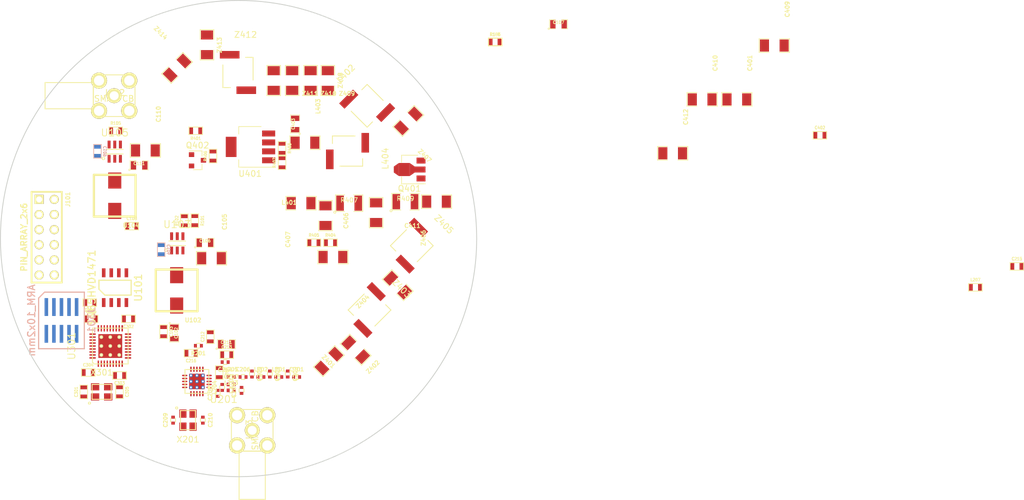
<source format=kicad_pcb>
(kicad_pcb (version 4) (host pcbnew 4.0.7)

  (general
    (links 246)
    (no_connects 224)
    (area 109.924999 68.924999 282.148003 166.981502)
    (thickness 1.6)
    (drawings 1)
    (tracks 0)
    (zones 0)
    (modules 98)
    (nets 73)
  )

  (page A4)
  (layers
    (0 F.Cu signal)
    (31 B.Cu signal)
    (32 B.Adhes user)
    (33 F.Adhes user)
    (34 B.Paste user)
    (35 F.Paste user)
    (36 B.SilkS user)
    (37 F.SilkS user)
    (38 B.Mask user)
    (39 F.Mask user hide)
    (40 Dwgs.User user)
    (41 Cmts.User user)
    (42 Eco1.User user)
    (43 Eco2.User user)
    (44 Edge.Cuts user)
    (45 Margin user)
    (46 B.CrtYd user)
    (47 F.CrtYd user)
    (48 B.Fab user)
    (49 F.Fab user)
  )

  (setup
    (last_trace_width 0.25)
    (trace_clearance 0.2)
    (zone_clearance 0.508)
    (zone_45_only no)
    (trace_min 0.2)
    (segment_width 0.2)
    (edge_width 0.15)
    (via_size 0.6)
    (via_drill 0.4)
    (via_min_size 0.4)
    (via_min_drill 0.3)
    (uvia_size 0.3)
    (uvia_drill 0.1)
    (uvias_allowed no)
    (uvia_min_size 0.2)
    (uvia_min_drill 0.1)
    (pcb_text_width 0.3)
    (pcb_text_size 1.5 1.5)
    (mod_edge_width 0.15)
    (mod_text_size 1 1)
    (mod_text_width 0.15)
    (pad_size 1.524 1.524)
    (pad_drill 0.762)
    (pad_to_mask_clearance 0.2)
    (aux_axis_origin 0 0)
    (visible_elements 7FFFFFFF)
    (pcbplotparams
      (layerselection 0x00030_80000001)
      (usegerberextensions false)
      (excludeedgelayer true)
      (linewidth 0.100000)
      (plotframeref false)
      (viasonmask false)
      (mode 1)
      (useauxorigin false)
      (hpglpennumber 1)
      (hpglpenspeed 20)
      (hpglpendiameter 15)
      (hpglpenoverlay 2)
      (psnegative false)
      (psa4output false)
      (plotreference true)
      (plotvalue true)
      (plotinvisibletext false)
      (padsonsilk false)
      (subtractmaskfromsilk false)
      (outputformat 1)
      (mirror false)
      (drillshape 1)
      (scaleselection 1)
      (outputdirectory ""))
  )

  (net 0 "")
  (net 1 "Net-(C209-Pad1)")
  (net 2 GND)
  (net 3 "Net-(C210-Pad1)")
  (net 4 "Net-(C301-Pad1)")
  (net 5 +3.3V)
  (net 6 "Net-(C305-Pad1)")
  (net 7 /MCU/TMS)
  (net 8 /MCU/TCK)
  (net 9 /MCU/TDO)
  (net 10 /MCU/TDI)
  (net 11 /MCU/NRST)
  (net 12 /MCU/CS)
  (net 13 /MCU/SCK)
  (net 14 /MCU/MISO)
  (net 15 /MCU/MOSI)
  (net 16 /MCU/RF_INT)
  (net 17 /MCU/US1_TX)
  (net 18 /MCU/US1_RX)
  (net 19 VCC)
  (net 20 VAMP)
  (net 21 Vadj)
  (net 22 "Net-(R402-Pad2)")
  (net 23 "Net-(J101-Pad2)")
  (net 24 "Net-(J101-Pad4)")
  (net 25 "Net-(J101-Pad10)")
  (net 26 "Net-(J101-Pad12)")
  (net 27 /Si446x_TX/GPIO0)
  (net 28 /Si446x_TX/GPIO1)
  (net 29 /Si446x_TX/GPIO2)
  (net 30 /Si446x_TX/GPIO3)
  (net 31 /MCU/PB1)
  (net 32 "/Power Amplifier/RF_IN")
  (net 33 "/Power Amplifier/RF_OUT")
  (net 34 "Net-(C104-Pad1)")
  (net 35 "Net-(C104-Pad2)")
  (net 36 /MCU/PA_EN)
  (net 37 "Net-(Q402-Pad3)")
  (net 38 /3.3V_FB)
  (net 39 /Si446x_TX/RF_1)
  (net 40 /Si446x_TX/RF_2)
  (net 41 "Net-(C204-Pad1)")
  (net 42 /Si446x_TX/RF_IN)
  (net 43 /Si446x_TX/RF_3)
  (net 44 /Si446x_TX/RF_4)
  (net 45 /Si446x_TX/RF_6)
  (net 46 /Si446x_TX/RF_7)
  (net 47 +3.3V_RF)
  (net 48 /Si446x_TX/RF_5)
  (net 49 "Net-(C407-Pad1)")
  (net 50 "Net-(C410-Pad2)")
  (net 51 "Net-(C411-Pad1)")
  (net 52 "Net-(L402-Pad1)")
  (net 53 "Net-(L402-Pad2)")
  (net 54 "Net-(Q401-Pad1)")
  (net 55 "Net-(Z401-Pad1)")
  (net 56 "Net-(Z403-Pad2)")
  (net 57 "Net-(Z412-Pad2)")
  (net 58 "Net-(C216-Pad1)")
  (net 59 "Net-(J301-Pad7)")
  (net 60 "Net-(U201-Pad5)")
  (net 61 "Net-(U201-Pad7)")
  (net 62 "Net-(U301-Pad17)")
  (net 63 "Net-(U301-Pad23)")
  (net 64 "Net-(U301-Pad24)")
  (net 65 "Net-(U301-Pad31)")
  (net 66 "Net-(U301-Pad32)")
  (net 67 /MCU/SCL)
  (net 68 /MCU/SDA)
  (net 69 +12V)
  (net 70 "Net-(C109-Pad1)")
  (net 71 "Net-(C109-Pad2)")
  (net 72 /8.5V_FB)

  (net_class Default "This is the default net class."
    (clearance 0.2)
    (trace_width 0.25)
    (via_dia 0.6)
    (via_drill 0.4)
    (uvia_dia 0.3)
    (uvia_drill 0.1)
    (add_net +12V)
    (add_net +3.3V)
    (add_net +3.3V_RF)
    (add_net /3.3V_FB)
    (add_net /8.5V_FB)
    (add_net /MCU/CS)
    (add_net /MCU/MISO)
    (add_net /MCU/MOSI)
    (add_net /MCU/NRST)
    (add_net /MCU/PA_EN)
    (add_net /MCU/PB1)
    (add_net /MCU/RF_INT)
    (add_net /MCU/SCK)
    (add_net /MCU/SCL)
    (add_net /MCU/SDA)
    (add_net /MCU/TCK)
    (add_net /MCU/TDI)
    (add_net /MCU/TDO)
    (add_net /MCU/TMS)
    (add_net /MCU/US1_RX)
    (add_net /MCU/US1_TX)
    (add_net "/Power Amplifier/RF_IN")
    (add_net "/Power Amplifier/RF_OUT")
    (add_net /Si446x_TX/GPIO0)
    (add_net /Si446x_TX/GPIO1)
    (add_net /Si446x_TX/GPIO2)
    (add_net /Si446x_TX/GPIO3)
    (add_net /Si446x_TX/RF_1)
    (add_net /Si446x_TX/RF_2)
    (add_net /Si446x_TX/RF_3)
    (add_net /Si446x_TX/RF_4)
    (add_net /Si446x_TX/RF_5)
    (add_net /Si446x_TX/RF_6)
    (add_net /Si446x_TX/RF_7)
    (add_net /Si446x_TX/RF_IN)
    (add_net GND)
    (add_net "Net-(C104-Pad1)")
    (add_net "Net-(C104-Pad2)")
    (add_net "Net-(C109-Pad1)")
    (add_net "Net-(C109-Pad2)")
    (add_net "Net-(C204-Pad1)")
    (add_net "Net-(C209-Pad1)")
    (add_net "Net-(C210-Pad1)")
    (add_net "Net-(C216-Pad1)")
    (add_net "Net-(C301-Pad1)")
    (add_net "Net-(C305-Pad1)")
    (add_net "Net-(C407-Pad1)")
    (add_net "Net-(C410-Pad2)")
    (add_net "Net-(C411-Pad1)")
    (add_net "Net-(J101-Pad10)")
    (add_net "Net-(J101-Pad12)")
    (add_net "Net-(J101-Pad2)")
    (add_net "Net-(J101-Pad4)")
    (add_net "Net-(J301-Pad7)")
    (add_net "Net-(L402-Pad1)")
    (add_net "Net-(L402-Pad2)")
    (add_net "Net-(Q401-Pad1)")
    (add_net "Net-(Q402-Pad3)")
    (add_net "Net-(R402-Pad2)")
    (add_net "Net-(U201-Pad5)")
    (add_net "Net-(U201-Pad7)")
    (add_net "Net-(U301-Pad17)")
    (add_net "Net-(U301-Pad23)")
    (add_net "Net-(U301-Pad24)")
    (add_net "Net-(U301-Pad31)")
    (add_net "Net-(U301-Pad32)")
    (add_net "Net-(Z401-Pad1)")
    (add_net "Net-(Z403-Pad2)")
    (add_net "Net-(Z412-Pad2)")
    (add_net VAMP)
    (add_net VCC)
    (add_net Vadj)
  )

  (module SM0402 (layer F.Cu) (tedit 55C7B894) (tstamp 5AEAB952)
    (at 139 139.5 270)
    (path /5AE6C8B3/5AEABC9B)
    (fp_text reference C209 (at 0 1.27 270) (layer F.SilkS)
      (effects (font (size 0.635 0.635) (thickness 0.15)))
    )
    (fp_text value 10p (at 0 -0.5 270) (layer F.Fab) hide
      (effects (font (size 1 1) (thickness 0.15)))
    )
    (fp_line (start 0.2 0.4) (end 0.3 0.4) (layer F.SilkS) (width 0.15))
    (fp_line (start 0.2 -0.4) (end 0.3 -0.4) (layer F.SilkS) (width 0.15))
    (fp_line (start -0.3 0.4) (end 0.2 0.4) (layer F.SilkS) (width 0.15))
    (fp_line (start -0.3 -0.4) (end 0.2 -0.4) (layer F.SilkS) (width 0.15))
    (pad 1 smd rect (at -0.5 0 270) (size 0.5 0.6) (layers F.Cu F.Paste F.Mask)
      (net 1 "Net-(C209-Pad1)"))
    (pad 2 smd rect (at 0.5 0 270) (size 0.5 0.6) (layers F.Cu F.Paste F.Mask)
      (net 2 GND))
  )

  (module SM0402 (layer F.Cu) (tedit 55C7B894) (tstamp 5AEAB95C)
    (at 144 139.5 90)
    (path /5AE6C8B3/5AEABAF0)
    (fp_text reference C210 (at 0 1.27 90) (layer F.SilkS)
      (effects (font (size 0.635 0.635) (thickness 0.15)))
    )
    (fp_text value 10p (at 0 -0.5 90) (layer F.Fab) hide
      (effects (font (size 1 1) (thickness 0.15)))
    )
    (fp_line (start 0.2 0.4) (end 0.3 0.4) (layer F.SilkS) (width 0.15))
    (fp_line (start 0.2 -0.4) (end 0.3 -0.4) (layer F.SilkS) (width 0.15))
    (fp_line (start -0.3 0.4) (end 0.2 0.4) (layer F.SilkS) (width 0.15))
    (fp_line (start -0.3 -0.4) (end 0.2 -0.4) (layer F.SilkS) (width 0.15))
    (pad 1 smd rect (at -0.5 0 90) (size 0.5 0.6) (layers F.Cu F.Paste F.Mask)
      (net 3 "Net-(C210-Pad1)"))
    (pad 2 smd rect (at 0.5 0 90) (size 0.5 0.6) (layers F.Cu F.Paste F.Mask)
      (net 2 GND))
  )

  (module General_SMD:SM0603 (layer F.Cu) (tedit 54EC8D93) (tstamp 5AEAB966)
    (at 124 134.762 90)
    (path /5AE72573/58B11C23)
    (attr smd)
    (fp_text reference C301 (at 0 -1.27 90) (layer F.SilkS)
      (effects (font (size 0.508 0.4572) (thickness 0.1143)))
    )
    (fp_text value 10p (at 0 0 90) (layer F.SilkS) hide
      (effects (font (size 0.508 0.4572) (thickness 0.1143)))
    )
    (fp_line (start -1.143 -0.635) (end 1.143 -0.635) (layer F.SilkS) (width 0.127))
    (fp_line (start 1.143 -0.635) (end 1.143 0.635) (layer F.SilkS) (width 0.127))
    (fp_line (start 1.143 0.635) (end -1.143 0.635) (layer F.SilkS) (width 0.127))
    (fp_line (start -1.143 0.635) (end -1.143 -0.635) (layer F.SilkS) (width 0.127))
    (pad 1 smd rect (at -0.762 0 90) (size 0.635 1.143) (layers F.Cu F.Paste F.Mask)
      (net 4 "Net-(C301-Pad1)"))
    (pad 2 smd rect (at 0.762 0 90) (size 0.635 1.143) (layers F.Cu F.Paste F.Mask)
      (net 2 GND))
    (model smd\resistors\R0603.wrl
      (at (xyz 0 0 0.001))
      (scale (xyz 0.5 0.5 0.5))
      (rotate (xyz 0 0 0))
    )
  )

  (module General_SMD:SM0603 (layer F.Cu) (tedit 54EC8D93) (tstamp 5AEAB970)
    (at 131.512 122.5 180)
    (path /5AE72573/58B245E6)
    (attr smd)
    (fp_text reference C302 (at 0 -1.27 180) (layer F.SilkS)
      (effects (font (size 0.508 0.4572) (thickness 0.1143)))
    )
    (fp_text value 100n (at 0 0 180) (layer F.SilkS) hide
      (effects (font (size 0.508 0.4572) (thickness 0.1143)))
    )
    (fp_line (start -1.143 -0.635) (end 1.143 -0.635) (layer F.SilkS) (width 0.127))
    (fp_line (start 1.143 -0.635) (end 1.143 0.635) (layer F.SilkS) (width 0.127))
    (fp_line (start 1.143 0.635) (end -1.143 0.635) (layer F.SilkS) (width 0.127))
    (fp_line (start -1.143 0.635) (end -1.143 -0.635) (layer F.SilkS) (width 0.127))
    (pad 1 smd rect (at -0.762 0 180) (size 0.635 1.143) (layers F.Cu F.Paste F.Mask)
      (net 2 GND))
    (pad 2 smd rect (at 0.762 0 180) (size 0.635 1.143) (layers F.Cu F.Paste F.Mask)
      (net 5 +3.3V))
    (model smd\resistors\R0603.wrl
      (at (xyz 0 0 0.001))
      (scale (xyz 0.5 0.5 0.5))
      (rotate (xyz 0 0 0))
    )
  )

  (module General_SMD:SM0603 (layer F.Cu) (tedit 54EC8D93) (tstamp 5AEAB97A)
    (at 130.012 132 180)
    (path /5AE72573/58B245F3)
    (attr smd)
    (fp_text reference C303 (at 0 -1.27 180) (layer F.SilkS)
      (effects (font (size 0.508 0.4572) (thickness 0.1143)))
    )
    (fp_text value 100n (at 0 0 180) (layer F.SilkS) hide
      (effects (font (size 0.508 0.4572) (thickness 0.1143)))
    )
    (fp_line (start -1.143 -0.635) (end 1.143 -0.635) (layer F.SilkS) (width 0.127))
    (fp_line (start 1.143 -0.635) (end 1.143 0.635) (layer F.SilkS) (width 0.127))
    (fp_line (start 1.143 0.635) (end -1.143 0.635) (layer F.SilkS) (width 0.127))
    (fp_line (start -1.143 0.635) (end -1.143 -0.635) (layer F.SilkS) (width 0.127))
    (pad 1 smd rect (at -0.762 0 180) (size 0.635 1.143) (layers F.Cu F.Paste F.Mask)
      (net 2 GND))
    (pad 2 smd rect (at 0.762 0 180) (size 0.635 1.143) (layers F.Cu F.Paste F.Mask)
      (net 5 +3.3V))
    (model smd\resistors\R0603.wrl
      (at (xyz 0 0 0.001))
      (scale (xyz 0.5 0.5 0.5))
      (rotate (xyz 0 0 0))
    )
  )

  (module General_SMD:SM0603 (layer F.Cu) (tedit 54EC8D93) (tstamp 5AEAB984)
    (at 124.75 131.5)
    (path /5AE72573/58B24735)
    (attr smd)
    (fp_text reference C304 (at 0 -1.27) (layer F.SilkS)
      (effects (font (size 0.508 0.4572) (thickness 0.1143)))
    )
    (fp_text value 100n (at 0 0) (layer F.SilkS) hide
      (effects (font (size 0.508 0.4572) (thickness 0.1143)))
    )
    (fp_line (start -1.143 -0.635) (end 1.143 -0.635) (layer F.SilkS) (width 0.127))
    (fp_line (start 1.143 -0.635) (end 1.143 0.635) (layer F.SilkS) (width 0.127))
    (fp_line (start 1.143 0.635) (end -1.143 0.635) (layer F.SilkS) (width 0.127))
    (fp_line (start -1.143 0.635) (end -1.143 -0.635) (layer F.SilkS) (width 0.127))
    (pad 1 smd rect (at -0.762 0) (size 0.635 1.143) (layers F.Cu F.Paste F.Mask)
      (net 2 GND))
    (pad 2 smd rect (at 0.762 0) (size 0.635 1.143) (layers F.Cu F.Paste F.Mask)
      (net 5 +3.3V))
    (model smd\resistors\R0603.wrl
      (at (xyz 0 0 0.001))
      (scale (xyz 0.5 0.5 0.5))
      (rotate (xyz 0 0 0))
    )
  )

  (module General_SMD:SM0603 (layer F.Cu) (tedit 54EC8D93) (tstamp 5AEAB98E)
    (at 130 134.738 270)
    (path /5AE72573/58B125A0)
    (attr smd)
    (fp_text reference C305 (at 0 -1.27 270) (layer F.SilkS)
      (effects (font (size 0.508 0.4572) (thickness 0.1143)))
    )
    (fp_text value 10p (at 0 0 270) (layer F.SilkS) hide
      (effects (font (size 0.508 0.4572) (thickness 0.1143)))
    )
    (fp_line (start -1.143 -0.635) (end 1.143 -0.635) (layer F.SilkS) (width 0.127))
    (fp_line (start 1.143 -0.635) (end 1.143 0.635) (layer F.SilkS) (width 0.127))
    (fp_line (start 1.143 0.635) (end -1.143 0.635) (layer F.SilkS) (width 0.127))
    (fp_line (start -1.143 0.635) (end -1.143 -0.635) (layer F.SilkS) (width 0.127))
    (pad 1 smd rect (at -0.762 0 270) (size 0.635 1.143) (layers F.Cu F.Paste F.Mask)
      (net 6 "Net-(C305-Pad1)"))
    (pad 2 smd rect (at 0.762 0 270) (size 0.635 1.143) (layers F.Cu F.Paste F.Mask)
      (net 2 GND))
    (model smd\resistors\R0603.wrl
      (at (xyz 0 0 0.001))
      (scale (xyz 0.5 0.5 0.5))
      (rotate (xyz 0 0 0))
    )
  )

  (module General_SMD:SM0603 (layer F.Cu) (tedit 54EC8D93) (tstamp 5AEAB998)
    (at 125.238 122.5)
    (path /5AE72573/58B24742)
    (attr smd)
    (fp_text reference C306 (at 0 -1.27) (layer F.SilkS)
      (effects (font (size 0.508 0.4572) (thickness 0.1143)))
    )
    (fp_text value 100n (at 0 0) (layer F.SilkS) hide
      (effects (font (size 0.508 0.4572) (thickness 0.1143)))
    )
    (fp_line (start -1.143 -0.635) (end 1.143 -0.635) (layer F.SilkS) (width 0.127))
    (fp_line (start 1.143 -0.635) (end 1.143 0.635) (layer F.SilkS) (width 0.127))
    (fp_line (start 1.143 0.635) (end -1.143 0.635) (layer F.SilkS) (width 0.127))
    (fp_line (start -1.143 0.635) (end -1.143 -0.635) (layer F.SilkS) (width 0.127))
    (pad 1 smd rect (at -0.762 0) (size 0.635 1.143) (layers F.Cu F.Paste F.Mask)
      (net 2 GND))
    (pad 2 smd rect (at 0.762 0) (size 0.635 1.143) (layers F.Cu F.Paste F.Mask)
      (net 5 +3.3V))
    (model smd\resistors\R0603.wrl
      (at (xyz 0 0 0.001))
      (scale (xyz 0.5 0.5 0.5))
      (rotate (xyz 0 0 0))
    )
  )

  (module Connectors_127mm:JTAG_10ARM (layer B.Cu) (tedit 5534F0A7) (tstamp 5AEAB9AB)
    (at 120.25 122.75 270)
    (path /5AE72573/5AE9F04E)
    (fp_text reference J301 (at 0 -5.04 270) (layer B.SilkS)
      (effects (font (size 1.2 1.2) (thickness 0.2)) (justify mirror))
    )
    (fp_text value ARM_10x2mm (at 0 5.04 270) (layer B.SilkS)
      (effects (font (size 1.2 1.2) (thickness 0.2)) (justify mirror))
    )
    (fp_line (start -3.75 3.84) (end -4.75 2.84) (layer B.SilkS) (width 0.2))
    (fp_line (start -4.75 2.84) (end -4.75 -3.84) (layer B.SilkS) (width 0.2))
    (fp_line (start -4.75 -3.84) (end 4.75 -3.84) (layer B.SilkS) (width 0.2))
    (fp_line (start 4.75 -3.84) (end 4.75 3.84) (layer B.SilkS) (width 0.2))
    (fp_line (start 4.75 3.84) (end -3.75 3.84) (layer B.SilkS) (width 0.2))
    (pad 1 smd rect (at -2.25 2.54 270) (size 3 0.6) (layers B.Cu B.Paste B.Mask)
      (net 5 +3.3V))
    (pad 3 smd rect (at -2.25 1.27 270) (size 3 0.6) (layers B.Cu B.Paste B.Mask)
      (net 2 GND))
    (pad 5 smd rect (at -2.25 0 270) (size 3 0.6) (layers B.Cu B.Paste B.Mask)
      (net 2 GND))
    (pad 7 smd rect (at -2.25 -1.27 270) (size 3 0.6) (layers B.Cu B.Paste B.Mask)
      (net 59 "Net-(J301-Pad7)"))
    (pad 9 smd rect (at -2.25 -2.54 270) (size 3 0.6) (layers B.Cu B.Paste B.Mask)
      (net 2 GND))
    (pad 2 smd rect (at 2.25 2.54 270) (size 3 0.6) (layers B.Cu B.Paste B.Mask)
      (net 7 /MCU/TMS))
    (pad 4 smd rect (at 2.25 1.27 270) (size 3 0.6) (layers B.Cu B.Paste B.Mask)
      (net 8 /MCU/TCK))
    (pad 6 smd rect (at 2.25 0 270) (size 3 0.6) (layers B.Cu B.Paste B.Mask)
      (net 9 /MCU/TDO))
    (pad 8 smd rect (at 2.25 -1.27 270) (size 3 0.6) (layers B.Cu B.Paste B.Mask)
      (net 10 /MCU/TDI))
    (pad 10 smd rect (at 2.25 -2.54 270) (size 3 0.6) (layers B.Cu B.Paste B.Mask)
      (net 11 /MCU/NRST))
  )

  (module QFN:QFN36_6x6_0.5mm (layer F.Cu) (tedit 0) (tstamp 5AEAB9F2)
    (at 128.451185 127.048815 90)
    (path /5AE72573/58AEB95D)
    (fp_text reference U301 (at 0 -6.5 90) (layer F.SilkS)
      (effects (font (size 1.2 1.2) (thickness 0.15)))
    )
    (fp_text value STM32F103TB-QFN36 (at 0 6.5 90) (layer F.Fab)
      (effects (font (size 1.2 1.2) (thickness 0.15)))
    )
    (fp_line (start -2.7 -3) (end -3 -2.7) (layer F.SilkS) (width 0.15))
    (fp_line (start -3 -2.7) (end -3 3) (layer F.SilkS) (width 0.15))
    (fp_line (start -3 3) (end 3 3) (layer F.SilkS) (width 0.15))
    (fp_line (start 3 3) (end 3 -3) (layer F.SilkS) (width 0.15))
    (fp_line (start 3 -3) (end -2.7 -3) (layer F.SilkS) (width 0.15))
    (pad 37 smd rect (at 0 0 90) (size 4 4) (layers F.Cu F.Mask)
      (net 2 GND))
    (pad 37 thru_hole circle (at -1.5 -1.5 90) (size 0.6 0.6) (drill 0.2) (layers *.Cu *.Mask F.SilkS)
      (net 2 GND))
    (pad 37 thru_hole circle (at -1.5 0 90) (size 0.6 0.6) (drill 0.2) (layers *.Cu *.Mask F.SilkS)
      (net 2 GND))
    (pad 37 thru_hole circle (at -1.5 1.5 90) (size 0.6 0.6) (drill 0.2) (layers *.Cu *.Mask F.SilkS)
      (net 2 GND))
    (pad 37 thru_hole circle (at 0 -1.5 90) (size 0.6 0.6) (drill 0.2) (layers *.Cu *.Mask F.SilkS)
      (net 2 GND))
    (pad 37 thru_hole circle (at 0 0 90) (size 0.6 0.6) (drill 0.2) (layers *.Cu *.Mask F.SilkS)
      (net 2 GND))
    (pad 37 thru_hole circle (at 0 1.5 90) (size 0.6 0.6) (drill 0.2) (layers *.Cu *.Mask F.SilkS)
      (net 2 GND))
    (pad 37 thru_hole circle (at 1.5 -1.5 90) (size 0.6 0.6) (drill 0.2) (layers *.Cu *.Mask F.SilkS)
      (net 2 GND))
    (pad 37 thru_hole circle (at 1.5 0 90) (size 0.6 0.6) (drill 0.2) (layers *.Cu *.Mask F.SilkS)
      (net 2 GND))
    (pad 37 thru_hole circle (at 1.5 1.5 90) (size 0.6 0.6) (drill 0.2) (layers *.Cu *.Mask F.SilkS)
      (net 2 GND))
    (pad ~ smd rect (at -1.646446 -1.646446 90) (size 0.707106 0.707106) (layers F.Paste))
    (pad ~ smd rect (at -1.646446 -0.548815 90) (size 0.707106 0.707106) (layers F.Paste))
    (pad ~ smd rect (at -1.646446 0.548815 90) (size 0.707106 0.707106) (layers F.Paste))
    (pad ~ smd rect (at -1.646446 1.646446 90) (size 0.707106 0.707106) (layers F.Paste))
    (pad ~ smd rect (at -0.548815 -1.646446 90) (size 0.707106 0.707106) (layers F.Paste))
    (pad ~ smd rect (at -0.548815 -0.548815 90) (size 0.707106 0.707106) (layers F.Paste))
    (pad ~ smd rect (at -0.548815 0.548815 90) (size 0.707106 0.707106) (layers F.Paste))
    (pad ~ smd rect (at -0.548815 1.646446 90) (size 0.707106 0.707106) (layers F.Paste))
    (pad ~ smd rect (at 0.548815 -1.646446 90) (size 0.707106 0.707106) (layers F.Paste))
    (pad ~ smd rect (at 0.548815 -0.548815 90) (size 0.707106 0.707106) (layers F.Paste))
    (pad ~ smd rect (at 0.548815 0.548815 90) (size 0.707106 0.707106) (layers F.Paste))
    (pad ~ smd rect (at 0.548815 1.646446 90) (size 0.707106 0.707106) (layers F.Paste))
    (pad ~ smd rect (at 1.646446 -1.646446 90) (size 0.707106 0.707106) (layers F.Paste))
    (pad ~ smd rect (at 1.646446 -0.548815 90) (size 0.707106 0.707106) (layers F.Paste))
    (pad ~ smd rect (at 1.646446 0.548815 90) (size 0.707106 0.707106) (layers F.Paste))
    (pad ~ smd rect (at 1.646446 1.646446 90) (size 0.707106 0.707106) (layers F.Paste))
    (pad 1 smd rect (at -2.975 -2 90) (size 1.05 0.25) (layers F.Cu F.Paste F.Mask)
      (net 5 +3.3V))
    (pad 2 smd rect (at -2.975 -1.5 90) (size 1.05 0.25) (layers F.Cu F.Paste F.Mask)
      (net 4 "Net-(C301-Pad1)"))
    (pad 3 smd rect (at -2.975 -1 90) (size 1.05 0.25) (layers F.Cu F.Paste F.Mask)
      (net 6 "Net-(C305-Pad1)"))
    (pad 4 smd rect (at -2.975 -0.5 90) (size 1.05 0.25) (layers F.Cu F.Paste F.Mask)
      (net 11 /MCU/NRST))
    (pad 5 smd rect (at -2.975 0 90) (size 1.05 0.25) (layers F.Cu F.Paste F.Mask)
      (net 2 GND))
    (pad 6 smd rect (at -2.975 0.5 90) (size 1.05 0.25) (layers F.Cu F.Paste F.Mask)
      (net 5 +3.3V))
    (pad 7 smd rect (at -2.975 1 90) (size 1.05 0.25) (layers F.Cu F.Paste F.Mask)
      (net 27 /Si446x_TX/GPIO0))
    (pad 8 smd rect (at -2.975 1.5 90) (size 1.05 0.25) (layers F.Cu F.Paste F.Mask)
      (net 28 /Si446x_TX/GPIO1))
    (pad 9 smd rect (at -2.975 2 90) (size 1.05 0.25) (layers F.Cu F.Paste F.Mask)
      (net 29 /Si446x_TX/GPIO2))
    (pad 10 smd rect (at -2 2.975 90) (size 0.25 1.05) (layers F.Cu F.Paste F.Mask)
      (net 30 /Si446x_TX/GPIO3))
    (pad 11 smd rect (at -1.5 2.975 90) (size 0.25 1.05) (layers F.Cu F.Paste F.Mask)
      (net 12 /MCU/CS))
    (pad 12 smd rect (at -1 2.975 90) (size 0.25 1.05) (layers F.Cu F.Paste F.Mask)
      (net 13 /MCU/SCK))
    (pad 13 smd rect (at -0.5 2.975 90) (size 0.25 1.05) (layers F.Cu F.Paste F.Mask)
      (net 14 /MCU/MISO))
    (pad 14 smd rect (at 0 2.975 90) (size 0.25 1.05) (layers F.Cu F.Paste F.Mask)
      (net 15 /MCU/MOSI))
    (pad 15 smd rect (at 0.5 2.975 90) (size 0.25 1.05) (layers F.Cu F.Paste F.Mask)
      (net 16 /MCU/RF_INT))
    (pad 16 smd rect (at 1 2.975 90) (size 0.25 1.05) (layers F.Cu F.Paste F.Mask)
      (net 31 /MCU/PB1))
    (pad 17 smd rect (at 1.5 2.975 90) (size 0.25 1.05) (layers F.Cu F.Paste F.Mask)
      (net 62 "Net-(U301-Pad17)"))
    (pad 18 smd rect (at 2 2.975 90) (size 0.25 1.05) (layers F.Cu F.Paste F.Mask)
      (net 2 GND))
    (pad 19 smd rect (at 2.975 2 90) (size 1.05 0.25) (layers F.Cu F.Paste F.Mask)
      (net 5 +3.3V))
    (pad 20 smd rect (at 2.975 1.5 90) (size 1.05 0.25) (layers F.Cu F.Paste F.Mask)
      (net 36 /MCU/PA_EN))
    (pad 21 smd rect (at 2.975 1 90) (size 1.05 0.25) (layers F.Cu F.Paste F.Mask)
      (net 17 /MCU/US1_TX))
    (pad 22 smd rect (at 2.975 0.5 90) (size 1.05 0.25) (layers F.Cu F.Paste F.Mask)
      (net 18 /MCU/US1_RX))
    (pad 23 smd rect (at 2.975 0 90) (size 1.05 0.25) (layers F.Cu F.Paste F.Mask)
      (net 63 "Net-(U301-Pad23)"))
    (pad 24 smd rect (at 2.975 -0.5 90) (size 1.05 0.25) (layers F.Cu F.Paste F.Mask)
      (net 64 "Net-(U301-Pad24)"))
    (pad 25 smd rect (at 2.975 -1 90) (size 1.05 0.25) (layers F.Cu F.Paste F.Mask)
      (net 7 /MCU/TMS))
    (pad 26 smd rect (at 2.975 -1.5 90) (size 1.05 0.25) (layers F.Cu F.Paste F.Mask)
      (net 2 GND))
    (pad 27 smd rect (at 2.975 -2 90) (size 1.05 0.25) (layers F.Cu F.Paste F.Mask)
      (net 5 +3.3V))
    (pad 28 smd rect (at 2 -2.975 90) (size 0.25 1.05) (layers F.Cu F.Paste F.Mask)
      (net 8 /MCU/TCK))
    (pad 29 smd rect (at 1.5 -2.975 90) (size 0.25 1.05) (layers F.Cu F.Paste F.Mask)
      (net 10 /MCU/TDI))
    (pad 30 smd rect (at 1 -2.975 90) (size 0.25 1.05) (layers F.Cu F.Paste F.Mask)
      (net 9 /MCU/TDO))
    (pad 31 smd rect (at 0.5 -2.975 90) (size 0.25 1.05) (layers F.Cu F.Paste F.Mask)
      (net 65 "Net-(U301-Pad31)"))
    (pad 32 smd rect (at 0 -2.975 90) (size 0.25 1.05) (layers F.Cu F.Paste F.Mask)
      (net 66 "Net-(U301-Pad32)"))
    (pad 33 smd rect (at -0.5 -2.975 90) (size 0.25 1.05) (layers F.Cu F.Paste F.Mask)
      (net 67 /MCU/SCL))
    (pad 34 smd rect (at -1 -2.975 90) (size 0.25 1.05) (layers F.Cu F.Paste F.Mask)
      (net 68 /MCU/SDA))
    (pad 35 smd rect (at -1.5 -2.975 90) (size 0.25 1.05) (layers F.Cu F.Paste F.Mask)
      (net 2 GND))
    (pad 36 smd rect (at -2 -2.975 90) (size 0.25 1.05) (layers F.Cu F.Paste F.Mask)
      (net 2 GND))
  )

  (module Xtal_SMD:xtal_3.2x2.5 (layer F.Cu) (tedit 54DF5DC4) (tstamp 5AEAB9FF)
    (at 127 134.75)
    (path /5AE72573/58B10A6E)
    (fp_text reference X301 (at 0 -3.25) (layer F.SilkS)
      (effects (font (size 1 1) (thickness 0.15)))
    )
    (fp_text value 8MHz (at 8.75 -4.5) (layer F.SilkS) hide
      (effects (font (size 1 1) (thickness 0.15)))
    )
    (fp_circle (center -2.05 1.9) (end -1.95 2.05) (layer F.SilkS) (width 0.15))
    (fp_line (start -1.6 -1.25) (end 1.6 -1.25) (layer F.SilkS) (width 0.15))
    (fp_line (start 1.6 -1.25) (end 1.6 1.25) (layer F.SilkS) (width 0.15))
    (fp_line (start 1.6 1.25) (end -1.6 1.25) (layer F.SilkS) (width 0.15))
    (fp_line (start -1.6 1.25) (end -1.6 -1.25) (layer F.SilkS) (width 0.15))
    (pad 1 smd rect (at -1.1 0.85) (size 1.4 1.2) (layers F.Cu F.Paste F.Mask)
      (net 4 "Net-(C301-Pad1)"))
    (pad 2 smd rect (at 1.1 0.85) (size 1.4 1.2) (layers F.Cu F.Paste F.Mask)
      (net 2 GND))
    (pad 3 smd rect (at 1.1 -0.85) (size 1.4 1.2) (layers F.Cu F.Paste F.Mask)
      (net 6 "Net-(C305-Pad1)"))
    (pad 4 smd rect (at -1.1 -0.85) (size 1.4 1.2) (layers F.Cu F.Paste F.Mask)
      (net 2 GND))
  )

  (module SM0603 (layer F.Cu) (tedit 54EC8D93) (tstamp 5AEB98AC)
    (at 125.012 119.75 180)
    (path /5AEAD02F)
    (attr smd)
    (fp_text reference C101 (at 0 -1.27 180) (layer F.SilkS)
      (effects (font (size 0.508 0.4572) (thickness 0.1143)))
    )
    (fp_text value 1uF (at 0 0 180) (layer F.SilkS) hide
      (effects (font (size 0.508 0.4572) (thickness 0.1143)))
    )
    (fp_line (start -1.143 -0.635) (end 1.143 -0.635) (layer F.SilkS) (width 0.127))
    (fp_line (start 1.143 -0.635) (end 1.143 0.635) (layer F.SilkS) (width 0.127))
    (fp_line (start 1.143 0.635) (end -1.143 0.635) (layer F.SilkS) (width 0.127))
    (fp_line (start -1.143 0.635) (end -1.143 -0.635) (layer F.SilkS) (width 0.127))
    (pad 1 smd rect (at -0.762 0 180) (size 0.635 1.143) (layers F.Cu F.Paste F.Mask)
      (net 5 +3.3V))
    (pad 2 smd rect (at 0.762 0 180) (size 0.635 1.143) (layers F.Cu F.Paste F.Mask)
      (net 2 GND))
    (model smd\resistors\R0603.wrl
      (at (xyz 0 0 0.001))
      (scale (xyz 0.5 0.5 0.5))
      (rotate (xyz 0 0 0))
    )
  )

  (module SM1206 (layer F.Cu) (tedit 54CD7B0D) (tstamp 5AEB98B8)
    (at 233.698502 85.625)
    (path /5AEB7B90/5AEBBA6C)
    (attr smd)
    (fp_text reference C401 (at 2.2 -6.1 90) (layer F.SilkS)
      (effects (font (size 0.7 0.7) (thickness 0.152)))
    )
    (fp_text value 4.7uF (at 0 0) (layer F.SilkS) hide
      (effects (font (size 0.762 0.762) (thickness 0.127)))
    )
    (fp_line (start -2.54 -1.143) (end -2.54 1.143) (layer F.SilkS) (width 0.127))
    (fp_line (start -2.54 1.143) (end -0.889 1.143) (layer F.SilkS) (width 0.127))
    (fp_line (start 0.889 -1.143) (end 2.54 -1.143) (layer F.SilkS) (width 0.127))
    (fp_line (start 2.54 -1.143) (end 2.54 1.143) (layer F.SilkS) (width 0.127))
    (fp_line (start 2.54 1.143) (end 0.889 1.143) (layer F.SilkS) (width 0.127))
    (fp_line (start -0.889 -1.143) (end -2.54 -1.143) (layer F.SilkS) (width 0.127))
    (pad 1 smd rect (at -1.651 0) (size 1.524 2.032) (layers F.Cu F.Paste F.Mask)
      (net 19 VCC))
    (pad 2 smd rect (at 1.651 0) (size 1.524 2.032) (layers F.Cu F.Paste F.Mask)
      (net 2 GND))
    (model smd/chip_cms.wrl
      (at (xyz 0 0 0))
      (scale (xyz 0.17 0.16 0.16))
      (rotate (xyz 0 0 0))
    )
  )

  (module SM0603 (layer F.Cu) (tedit 54EC8D93) (tstamp 5AEB98C2)
    (at 247.651502 91.647749)
    (path /5AEB7B90/5AEBBAC7)
    (attr smd)
    (fp_text reference C402 (at 0 -1.27) (layer F.SilkS)
      (effects (font (size 0.508 0.4572) (thickness 0.1143)))
    )
    (fp_text value 100nF (at 0 0) (layer F.SilkS) hide
      (effects (font (size 0.508 0.4572) (thickness 0.1143)))
    )
    (fp_line (start -1.143 -0.635) (end 1.143 -0.635) (layer F.SilkS) (width 0.127))
    (fp_line (start 1.143 -0.635) (end 1.143 0.635) (layer F.SilkS) (width 0.127))
    (fp_line (start 1.143 0.635) (end -1.143 0.635) (layer F.SilkS) (width 0.127))
    (fp_line (start -1.143 0.635) (end -1.143 -0.635) (layer F.SilkS) (width 0.127))
    (pad 1 smd rect (at -0.762 0) (size 0.635 1.143) (layers F.Cu F.Paste F.Mask)
      (net 19 VCC))
    (pad 2 smd rect (at 0.762 0) (size 0.635 1.143) (layers F.Cu F.Paste F.Mask)
      (net 2 GND))
    (model smd\resistors\R0603.wrl
      (at (xyz 0 0 0.001))
      (scale (xyz 0.5 0.5 0.5))
      (rotate (xyz 0 0 0))
    )
  )

  (module SM0805 (layer F.Cu) (tedit 54EC8E63) (tstamp 5AEB98CF)
    (at 159.5 89.7525 90)
    (path /5AEB7B90/5AEBCC0E)
    (attr smd)
    (fp_text reference C403 (at 0 -0.3175 90) (layer F.SilkS)
      (effects (font (size 0.50038 0.50038) (thickness 0.10922)))
    )
    (fp_text value 1uF (at 0 0.381 90) (layer F.SilkS) hide
      (effects (font (size 0.50038 0.50038) (thickness 0.10922)))
    )
    (fp_circle (center -1.651 0.762) (end -1.651 0.635) (layer F.SilkS) (width 0.09906))
    (fp_line (start -0.508 0.762) (end -1.524 0.762) (layer F.SilkS) (width 0.09906))
    (fp_line (start -1.524 0.762) (end -1.524 -0.762) (layer F.SilkS) (width 0.09906))
    (fp_line (start -1.524 -0.762) (end -0.508 -0.762) (layer F.SilkS) (width 0.09906))
    (fp_line (start 0.508 -0.762) (end 1.524 -0.762) (layer F.SilkS) (width 0.09906))
    (fp_line (start 1.524 -0.762) (end 1.524 0.762) (layer F.SilkS) (width 0.09906))
    (fp_line (start 1.524 0.762) (end 0.508 0.762) (layer F.SilkS) (width 0.09906))
    (pad 1 smd rect (at -0.9525 0 90) (size 0.889 1.397) (layers F.Cu F.Paste F.Mask)
      (net 20 VAMP))
    (pad 2 smd rect (at 0.9525 0 90) (size 0.889 1.397) (layers F.Cu F.Paste F.Mask)
      (net 2 GND))
    (model smd/chip_cms.wrl
      (at (xyz 0 0 0))
      (scale (xyz 0.1 0.1 0.1))
      (rotate (xyz 0 0 0))
    )
  )

  (module General_SMD:SM1206 (layer F.Cu) (tedit 54CD7B0D) (tstamp 5AEB98F1)
    (at 165.851 112.1)
    (path /5AEB7B90/5AE0B4B7)
    (attr smd)
    (fp_text reference C406 (at 2.2 -6.1 90) (layer F.SilkS)
      (effects (font (size 0.7 0.7) (thickness 0.152)))
    )
    (fp_text value 10uF (at 0 0) (layer F.SilkS) hide
      (effects (font (size 0.762 0.762) (thickness 0.127)))
    )
    (fp_line (start -2.54 -1.143) (end -2.54 1.143) (layer F.SilkS) (width 0.127))
    (fp_line (start -2.54 1.143) (end -0.889 1.143) (layer F.SilkS) (width 0.127))
    (fp_line (start 0.889 -1.143) (end 2.54 -1.143) (layer F.SilkS) (width 0.127))
    (fp_line (start 2.54 -1.143) (end 2.54 1.143) (layer F.SilkS) (width 0.127))
    (fp_line (start 2.54 1.143) (end 0.889 1.143) (layer F.SilkS) (width 0.127))
    (fp_line (start -0.889 -1.143) (end -2.54 -1.143) (layer F.SilkS) (width 0.127))
    (pad 1 smd rect (at -1.651 0) (size 1.524 2.032) (layers F.Cu F.Paste F.Mask)
      (net 21 Vadj))
    (pad 2 smd rect (at 1.651 0) (size 1.524 2.032) (layers F.Cu F.Paste F.Mask)
      (net 2 GND))
    (model smd/chip_cms.wrl
      (at (xyz 0 0 0))
      (scale (xyz 0.17 0.16 0.16))
      (rotate (xyz 0 0 0))
    )
  )

  (module General_SMD:SM1206 (layer F.Cu) (tedit 54CD7B0D) (tstamp 5AEB98FD)
    (at 160.501 103.05 180)
    (path /5AEB7B90/5AE0BE88)
    (attr smd)
    (fp_text reference C407 (at 2.2 -6.1 270) (layer F.SilkS)
      (effects (font (size 0.7 0.7) (thickness 0.152)))
    )
    (fp_text value 100pF (at 0 0 180) (layer F.SilkS) hide
      (effects (font (size 0.762 0.762) (thickness 0.127)))
    )
    (fp_line (start -2.54 -1.143) (end -2.54 1.143) (layer F.SilkS) (width 0.127))
    (fp_line (start -2.54 1.143) (end -0.889 1.143) (layer F.SilkS) (width 0.127))
    (fp_line (start 0.889 -1.143) (end 2.54 -1.143) (layer F.SilkS) (width 0.127))
    (fp_line (start 2.54 -1.143) (end 2.54 1.143) (layer F.SilkS) (width 0.127))
    (fp_line (start 2.54 1.143) (end 0.889 1.143) (layer F.SilkS) (width 0.127))
    (fp_line (start -0.889 -1.143) (end -2.54 -1.143) (layer F.SilkS) (width 0.127))
    (pad 1 smd rect (at -1.651 0 180) (size 1.524 2.032) (layers F.Cu F.Paste F.Mask)
      (net 49 "Net-(C407-Pad1)"))
    (pad 2 smd rect (at 1.651 0 180) (size 1.524 2.032) (layers F.Cu F.Paste F.Mask)
      (net 2 GND))
    (model smd/chip_cms.wrl
      (at (xyz 0 0 0))
      (scale (xyz 0.17 0.16 0.16))
      (rotate (xyz 0 0 0))
    )
  )

  (module General_SMD:SM1206 (layer F.Cu) (tedit 54CD7B0D) (tstamp 5AEB9916)
    (at 239.988502 76.575)
    (path /5AEB7B90/5AE0BB63)
    (attr smd)
    (fp_text reference C409 (at 2.2 -6.1 90) (layer F.SilkS)
      (effects (font (size 0.7 0.7) (thickness 0.152)))
    )
    (fp_text value 10uF (at 0 0) (layer F.SilkS) hide
      (effects (font (size 0.762 0.762) (thickness 0.127)))
    )
    (fp_line (start -2.54 -1.143) (end -2.54 1.143) (layer F.SilkS) (width 0.127))
    (fp_line (start -2.54 1.143) (end -0.889 1.143) (layer F.SilkS) (width 0.127))
    (fp_line (start 0.889 -1.143) (end 2.54 -1.143) (layer F.SilkS) (width 0.127))
    (fp_line (start 2.54 -1.143) (end 2.54 1.143) (layer F.SilkS) (width 0.127))
    (fp_line (start 2.54 1.143) (end 0.889 1.143) (layer F.SilkS) (width 0.127))
    (fp_line (start -0.889 -1.143) (end -2.54 -1.143) (layer F.SilkS) (width 0.127))
    (pad 1 smd rect (at -1.651 0) (size 1.524 2.032) (layers F.Cu F.Paste F.Mask)
      (net 2 GND))
    (pad 2 smd rect (at 1.651 0) (size 1.524 2.032) (layers F.Cu F.Paste F.Mask)
      (net 20 VAMP))
    (model smd/chip_cms.wrl
      (at (xyz 0 0 0))
      (scale (xyz 0.17 0.16 0.16))
      (rotate (xyz 0 0 0))
    )
  )

  (module General_SMD:SM1206 (layer F.Cu) (tedit 54CD7B0D) (tstamp 5AEB9922)
    (at 227.868502 85.625)
    (path /5AEB7B90/5AE0BA70)
    (attr smd)
    (fp_text reference C410 (at 2.2 -6.1 90) (layer F.SilkS)
      (effects (font (size 0.7 0.7) (thickness 0.152)))
    )
    (fp_text value 100pF (at 0 0) (layer F.SilkS) hide
      (effects (font (size 0.762 0.762) (thickness 0.127)))
    )
    (fp_line (start -2.54 -1.143) (end -2.54 1.143) (layer F.SilkS) (width 0.127))
    (fp_line (start -2.54 1.143) (end -0.889 1.143) (layer F.SilkS) (width 0.127))
    (fp_line (start 0.889 -1.143) (end 2.54 -1.143) (layer F.SilkS) (width 0.127))
    (fp_line (start 2.54 -1.143) (end 2.54 1.143) (layer F.SilkS) (width 0.127))
    (fp_line (start 2.54 1.143) (end 0.889 1.143) (layer F.SilkS) (width 0.127))
    (fp_line (start -0.889 -1.143) (end -2.54 -1.143) (layer F.SilkS) (width 0.127))
    (pad 1 smd rect (at -1.651 0) (size 1.524 2.032) (layers F.Cu F.Paste F.Mask)
      (net 2 GND))
    (pad 2 smd rect (at 1.651 0) (size 1.524 2.032) (layers F.Cu F.Paste F.Mask)
      (net 50 "Net-(C410-Pad2)"))
    (model smd/chip_cms.wrl
      (at (xyz 0 0 0))
      (scale (xyz 0.17 0.16 0.16))
      (rotate (xyz 0 0 0))
    )
  )

  (module General_SMD:SM1206 (layer F.Cu) (tedit 54CD7B0D) (tstamp 5AEB992E)
    (at 173.1 104.649 270)
    (path /5AEB7B90/5B0B5B08)
    (attr smd)
    (fp_text reference C411 (at 2.2 -6.1 360) (layer F.SilkS)
      (effects (font (size 0.7 0.7) (thickness 0.152)))
    )
    (fp_text value 100pF (at 0 0 270) (layer F.SilkS) hide
      (effects (font (size 0.762 0.762) (thickness 0.127)))
    )
    (fp_line (start -2.54 -1.143) (end -2.54 1.143) (layer F.SilkS) (width 0.127))
    (fp_line (start -2.54 1.143) (end -0.889 1.143) (layer F.SilkS) (width 0.127))
    (fp_line (start 0.889 -1.143) (end 2.54 -1.143) (layer F.SilkS) (width 0.127))
    (fp_line (start 2.54 -1.143) (end 2.54 1.143) (layer F.SilkS) (width 0.127))
    (fp_line (start 2.54 1.143) (end 0.889 1.143) (layer F.SilkS) (width 0.127))
    (fp_line (start -0.889 -1.143) (end -2.54 -1.143) (layer F.SilkS) (width 0.127))
    (pad 1 smd rect (at -1.651 0 270) (size 1.524 2.032) (layers F.Cu F.Paste F.Mask)
      (net 51 "Net-(C411-Pad1)"))
    (pad 2 smd rect (at 1.651 0 270) (size 1.524 2.032) (layers F.Cu F.Paste F.Mask)
      (net 2 GND))
    (model smd/chip_cms.wrl
      (at (xyz 0 0 0))
      (scale (xyz 0.17 0.16 0.16))
      (rotate (xyz 0 0 0))
    )
  )

  (module Coilcraft:MINI_SPRING_TYPE_B (layer F.Cu) (tedit 5AE0F10A) (tstamp 5AEB9942)
    (at 171.6 86.7 135)
    (path /5AEB7B90/5B0B3AAD)
    (fp_text reference L402 (at 6.35 1.27 225) (layer F.SilkS)
      (effects (font (size 1 1) (thickness 0.15)))
    )
    (fp_text value ? (at 0 -2.54 135) (layer F.Fab)
      (effects (font (size 1 1) (thickness 0.15)))
    )
    (fp_line (start -2.54 -2.54) (end 1.27 -2.54) (layer F.SilkS) (width 0.15))
    (fp_line (start -2.54 -1.27) (end -2.54 -2.54) (layer F.SilkS) (width 0.15))
    (fp_line (start 2.54 2.54) (end 2.54 1.27) (layer F.SilkS) (width 0.15))
    (fp_line (start -1.27 2.54) (end 2.54 2.54) (layer F.SilkS) (width 0.15))
    (pad 1 smd rect (at -2.98 1.395 135) (size 1.27 3.3) (layers F.Cu F.Paste F.Mask)
      (net 52 "Net-(L402-Pad1)"))
    (pad 2 smd rect (at 2.98 -1.395 135) (size 1.27 3.3) (layers F.Cu F.Paste F.Mask)
      (net 53 "Net-(L402-Pad2)"))
  )

  (module Coilcraft:MINI_SPRING_TYPE_B (layer F.Cu) (tedit 5AE0F10A) (tstamp 5AEB9956)
    (at 168.3 94.3)
    (path /5AEB7B90/5AE0ADDC)
    (fp_text reference L404 (at 6.35 1.27 90) (layer F.SilkS)
      (effects (font (size 1 1) (thickness 0.15)))
    )
    (fp_text value 20nH (at 0 -2.54) (layer F.Fab)
      (effects (font (size 1 1) (thickness 0.15)))
    )
    (fp_line (start -2.54 -2.54) (end 1.27 -2.54) (layer F.SilkS) (width 0.15))
    (fp_line (start -2.54 -1.27) (end -2.54 -2.54) (layer F.SilkS) (width 0.15))
    (fp_line (start 2.54 2.54) (end 2.54 1.27) (layer F.SilkS) (width 0.15))
    (fp_line (start -1.27 2.54) (end 2.54 2.54) (layer F.SilkS) (width 0.15))
    (pad 1 smd rect (at -2.98 1.395) (size 1.27 3.3) (layers F.Cu F.Paste F.Mask)
      (net 50 "Net-(C410-Pad2)"))
    (pad 2 smd rect (at 2.98 -1.395) (size 1.27 3.3) (layers F.Cu F.Paste F.Mask)
      (net 52 "Net-(L402-Pad1)"))
  )

  (module SOT:SOT-89-3 (layer F.Cu) (tedit 591F0203) (tstamp 5AEB9978)
    (at 179.1665 97.4 180)
    (descr SOT-89-3)
    (tags SOT-89-3)
    (path /5AEB7B90/5AE0ACA2)
    (attr smd)
    (fp_text reference Q401 (at 0.45 -3.2 180) (layer F.SilkS)
      (effects (font (size 1 1) (thickness 0.15)))
    )
    (fp_text value AFT05MS004N (at 0.45 3.25 180) (layer F.Fab)
      (effects (font (size 1 1) (thickness 0.15)))
    )
    (fp_text user %R (at 0.38 0 270) (layer F.Fab)
      (effects (font (size 0.6 0.6) (thickness 0.09)))
    )
    (fp_line (start 1.78 1.2) (end 1.78 2.4) (layer F.SilkS) (width 0.12))
    (fp_line (start 1.78 2.4) (end -0.92 2.4) (layer F.SilkS) (width 0.12))
    (fp_line (start -2.22 -2.4) (end 1.78 -2.4) (layer F.SilkS) (width 0.12))
    (fp_line (start 1.78 -2.4) (end 1.78 -1.2) (layer F.SilkS) (width 0.12))
    (fp_line (start -0.92 -1.51) (end -0.13 -2.3) (layer F.Fab) (width 0.1))
    (fp_line (start 1.68 -2.3) (end 1.68 2.3) (layer F.Fab) (width 0.1))
    (fp_line (start 1.68 2.3) (end -0.92 2.3) (layer F.Fab) (width 0.1))
    (fp_line (start -0.92 2.3) (end -0.92 -1.51) (layer F.Fab) (width 0.1))
    (fp_line (start -0.13 -2.3) (end 1.68 -2.3) (layer F.Fab) (width 0.1))
    (fp_line (start 3.23 -2.55) (end 3.23 2.55) (layer F.CrtYd) (width 0.05))
    (fp_line (start 3.23 -2.55) (end -2.48 -2.55) (layer F.CrtYd) (width 0.05))
    (fp_line (start -2.48 2.55) (end 3.23 2.55) (layer F.CrtYd) (width 0.05))
    (fp_line (start -2.48 2.55) (end -2.48 -2.55) (layer F.CrtYd) (width 0.05))
    (pad 2 smd trapezoid (at 2.667 0 90) (size 1.6 0.85) (rect_delta 0 0.6 ) (layers F.Cu F.Paste F.Mask)
      (net 2 GND))
    (pad 1 smd rect (at -1.48 -1.5 90) (size 1 1.5) (layers F.Cu F.Paste F.Mask)
      (net 54 "Net-(Q401-Pad1)"))
    (pad 2 smd rect (at -1.3335 0 90) (size 1 1.8) (layers F.Cu F.Paste F.Mask)
      (net 2 GND))
    (pad 3 smd rect (at -1.48 1.5 90) (size 1 1.5) (layers F.Cu F.Paste F.Mask)
      (net 52 "Net-(L402-Pad1)"))
    (pad 2 smd rect (at 1.3335 0 90) (size 2.2 1.84) (layers F.Cu F.Paste F.Mask)
      (net 2 GND))
    (pad 2 smd trapezoid (at -0.0762 0 270) (size 1.5 1) (rect_delta 0 0.7 ) (layers F.Cu F.Paste F.Mask)
      (net 2 GND))
    (model ${KISYS3DMOD}/TO_SOT_Packages_SMD.3dshapes/SOT-89-3.wrl
      (at (xyz 0 0 0))
      (scale (xyz 1 1 1))
      (rotate (xyz 0 0 0))
    )
  )

  (module SM0603 (layer F.Cu) (tedit 54EC8D93) (tstamp 5AEB9982)
    (at 142.8 90.9 180)
    (path /5AEB7B90/5AEBC41A)
    (attr smd)
    (fp_text reference R401 (at 0 -1.27 180) (layer F.SilkS)
      (effects (font (size 0.508 0.4572) (thickness 0.1143)))
    )
    (fp_text value 10k (at 0 0 180) (layer F.SilkS) hide
      (effects (font (size 0.508 0.4572) (thickness 0.1143)))
    )
    (fp_line (start -1.143 -0.635) (end 1.143 -0.635) (layer F.SilkS) (width 0.127))
    (fp_line (start 1.143 -0.635) (end 1.143 0.635) (layer F.SilkS) (width 0.127))
    (fp_line (start 1.143 0.635) (end -1.143 0.635) (layer F.SilkS) (width 0.127))
    (fp_line (start -1.143 0.635) (end -1.143 -0.635) (layer F.SilkS) (width 0.127))
    (pad 1 smd rect (at -0.762 0 180) (size 0.635 1.143) (layers F.Cu F.Paste F.Mask)
      (net 5 +3.3V))
    (pad 2 smd rect (at 0.762 0 180) (size 0.635 1.143) (layers F.Cu F.Paste F.Mask)
      (net 36 /MCU/PA_EN))
    (model smd\resistors\R0603.wrl
      (at (xyz 0 0 0.001))
      (scale (xyz 0.5 0.5 0.5))
      (rotate (xyz 0 0 0))
    )
  )

  (module SM0603 (layer F.Cu) (tedit 54EC8D93) (tstamp 5AEB998C)
    (at 157.3 96.262 90)
    (path /5AEB7B90/5AEBC854)
    (attr smd)
    (fp_text reference R402 (at 0 -1.27 90) (layer F.SilkS)
      (effects (font (size 0.508 0.4572) (thickness 0.1143)))
    )
    (fp_text value ? (at 0 0 90) (layer F.SilkS) hide
      (effects (font (size 0.508 0.4572) (thickness 0.1143)))
    )
    (fp_line (start -1.143 -0.635) (end 1.143 -0.635) (layer F.SilkS) (width 0.127))
    (fp_line (start 1.143 -0.635) (end 1.143 0.635) (layer F.SilkS) (width 0.127))
    (fp_line (start 1.143 0.635) (end -1.143 0.635) (layer F.SilkS) (width 0.127))
    (fp_line (start -1.143 0.635) (end -1.143 -0.635) (layer F.SilkS) (width 0.127))
    (pad 1 smd rect (at -0.762 0 90) (size 0.635 1.143) (layers F.Cu F.Paste F.Mask)
      (net 2 GND))
    (pad 2 smd rect (at 0.762 0 90) (size 0.635 1.143) (layers F.Cu F.Paste F.Mask)
      (net 22 "Net-(R402-Pad2)"))
    (model smd\resistors\R0603.wrl
      (at (xyz 0 0 0.001))
      (scale (xyz 0.5 0.5 0.5))
      (rotate (xyz 0 0 0))
    )
  )

  (module SM0603 (layer F.Cu) (tedit 54EC8D93) (tstamp 5AEB9996)
    (at 157.3 93.838 270)
    (path /5AEB7B90/5AEBC6BC)
    (attr smd)
    (fp_text reference R403 (at 0 -1.27 270) (layer F.SilkS)
      (effects (font (size 0.508 0.4572) (thickness 0.1143)))
    )
    (fp_text value ? (at 0 0 270) (layer F.SilkS) hide
      (effects (font (size 0.508 0.4572) (thickness 0.1143)))
    )
    (fp_line (start -1.143 -0.635) (end 1.143 -0.635) (layer F.SilkS) (width 0.127))
    (fp_line (start 1.143 -0.635) (end 1.143 0.635) (layer F.SilkS) (width 0.127))
    (fp_line (start 1.143 0.635) (end -1.143 0.635) (layer F.SilkS) (width 0.127))
    (fp_line (start -1.143 0.635) (end -1.143 -0.635) (layer F.SilkS) (width 0.127))
    (pad 1 smd rect (at -0.762 0 270) (size 0.635 1.143) (layers F.Cu F.Paste F.Mask)
      (net 20 VAMP))
    (pad 2 smd rect (at 0.762 0 270) (size 0.635 1.143) (layers F.Cu F.Paste F.Mask)
      (net 22 "Net-(R402-Pad2)"))
    (model smd\resistors\R0603.wrl
      (at (xyz 0 0 0.001))
      (scale (xyz 0.5 0.5 0.5))
      (rotate (xyz 0 0 0))
    )
  )

  (module SM0603 (layer F.Cu) (tedit 54EC8D93) (tstamp 5AEB99A0)
    (at 165.438 109.7)
    (path /5AEB7B90/5B0BD9BD)
    (attr smd)
    (fp_text reference R404 (at 0 -1.27) (layer F.SilkS)
      (effects (font (size 0.508 0.4572) (thickness 0.1143)))
    )
    (fp_text value TBD (at 0 0) (layer F.SilkS) hide
      (effects (font (size 0.508 0.4572) (thickness 0.1143)))
    )
    (fp_line (start -1.143 -0.635) (end 1.143 -0.635) (layer F.SilkS) (width 0.127))
    (fp_line (start 1.143 -0.635) (end 1.143 0.635) (layer F.SilkS) (width 0.127))
    (fp_line (start 1.143 0.635) (end -1.143 0.635) (layer F.SilkS) (width 0.127))
    (fp_line (start -1.143 0.635) (end -1.143 -0.635) (layer F.SilkS) (width 0.127))
    (pad 1 smd rect (at -0.762 0) (size 0.635 1.143) (layers F.Cu F.Paste F.Mask)
      (net 21 Vadj))
    (pad 2 smd rect (at 0.762 0) (size 0.635 1.143) (layers F.Cu F.Paste F.Mask)
      (net 2 GND))
    (model smd\resistors\R0603.wrl
      (at (xyz 0 0 0.001))
      (scale (xyz 0.5 0.5 0.5))
      (rotate (xyz 0 0 0))
    )
  )

  (module SM0603 (layer F.Cu) (tedit 54EC8D93) (tstamp 5AEB99AA)
    (at 162.662 109.7)
    (path /5AEB7B90/5AEBDF5B)
    (attr smd)
    (fp_text reference R405 (at 0 -1.27) (layer F.SilkS)
      (effects (font (size 0.508 0.4572) (thickness 0.1143)))
    )
    (fp_text value TBD (at 0 0) (layer F.SilkS) hide
      (effects (font (size 0.508 0.4572) (thickness 0.1143)))
    )
    (fp_line (start -1.143 -0.635) (end 1.143 -0.635) (layer F.SilkS) (width 0.127))
    (fp_line (start 1.143 -0.635) (end 1.143 0.635) (layer F.SilkS) (width 0.127))
    (fp_line (start 1.143 0.635) (end -1.143 0.635) (layer F.SilkS) (width 0.127))
    (fp_line (start -1.143 0.635) (end -1.143 -0.635) (layer F.SilkS) (width 0.127))
    (pad 1 smd rect (at -0.762 0) (size 0.635 1.143) (layers F.Cu F.Paste F.Mask)
      (net 20 VAMP))
    (pad 2 smd rect (at 0.762 0) (size 0.635 1.143) (layers F.Cu F.Paste F.Mask)
      (net 21 Vadj))
    (model smd\resistors\R0603.wrl
      (at (xyz 0 0 0.001))
      (scale (xyz 0.5 0.5 0.5))
      (rotate (xyz 0 0 0))
    )
  )

  (module General_SMD:SM1210 (layer F.Cu) (tedit 54EC8E56) (tstamp 5AEB99C1)
    (at 168.576 103.05)
    (tags "CMS SM")
    (path /5AEB7B90/5AE0B00B)
    (attr smd)
    (fp_text reference R407 (at 0 -0.508) (layer F.SilkS)
      (effects (font (size 0.762 0.762) (thickness 0.127)))
    )
    (fp_text value 33 (at 0 0.508) (layer F.SilkS) hide
      (effects (font (size 0.762 0.762) (thickness 0.127)))
    )
    (fp_circle (center -2.413 1.524) (end -2.286 1.397) (layer F.SilkS) (width 0.127))
    (fp_line (start -0.762 -1.397) (end -2.286 -1.397) (layer F.SilkS) (width 0.127))
    (fp_line (start -2.286 -1.397) (end -2.286 1.397) (layer F.SilkS) (width 0.127))
    (fp_line (start -2.286 1.397) (end -0.762 1.397) (layer F.SilkS) (width 0.127))
    (fp_line (start 0.762 1.397) (end 2.286 1.397) (layer F.SilkS) (width 0.127))
    (fp_line (start 2.286 1.397) (end 2.286 -1.397) (layer F.SilkS) (width 0.127))
    (fp_line (start 2.286 -1.397) (end 0.762 -1.397) (layer F.SilkS) (width 0.127))
    (pad 1 smd rect (at -1.524 0) (size 1.27 2.54) (layers F.Cu F.Paste F.Mask)
      (net 49 "Net-(C407-Pad1)"))
    (pad 2 smd rect (at 1.524 0) (size 1.27 2.54) (layers F.Cu F.Paste F.Mask)
      (net 51 "Net-(C411-Pad1)"))
    (model smd/chip_cms.wrl
      (at (xyz 0 0 0))
      (scale (xyz 0.17 0.2 0.17))
      (rotate (xyz 0 0 0))
    )
  )

  (module General_SMD:SM1210 (layer F.Cu) (tedit 54EC8E56) (tstamp 5AEB99D8)
    (at 178.024 102.8)
    (tags "CMS SM")
    (path /5AEB7B90/5AE0F0AA)
    (attr smd)
    (fp_text reference R409 (at 0 -0.508) (layer F.SilkS)
      (effects (font (size 0.762 0.762) (thickness 0.127)))
    )
    (fp_text value 33 (at 0 0.508) (layer F.SilkS) hide
      (effects (font (size 0.762 0.762) (thickness 0.127)))
    )
    (fp_circle (center -2.413 1.524) (end -2.286 1.397) (layer F.SilkS) (width 0.127))
    (fp_line (start -0.762 -1.397) (end -2.286 -1.397) (layer F.SilkS) (width 0.127))
    (fp_line (start -2.286 -1.397) (end -2.286 1.397) (layer F.SilkS) (width 0.127))
    (fp_line (start -2.286 1.397) (end -0.762 1.397) (layer F.SilkS) (width 0.127))
    (fp_line (start 0.762 1.397) (end 2.286 1.397) (layer F.SilkS) (width 0.127))
    (fp_line (start 2.286 1.397) (end 2.286 -1.397) (layer F.SilkS) (width 0.127))
    (fp_line (start 2.286 -1.397) (end 0.762 -1.397) (layer F.SilkS) (width 0.127))
    (pad 1 smd rect (at -1.524 0) (size 1.27 2.54) (layers F.Cu F.Paste F.Mask)
      (net 51 "Net-(C411-Pad1)"))
    (pad 2 smd rect (at 1.524 0) (size 1.27 2.54) (layers F.Cu F.Paste F.Mask)
      (net 54 "Net-(Q401-Pad1)"))
    (model smd/chip_cms.wrl
      (at (xyz 0 0 0))
      (scale (xyz 0.17 0.2 0.17))
      (rotate (xyz 0 0 0))
    )
  )

  (module SOIC:SOIC_8_150mil (layer F.Cu) (tedit 55C7C1A9) (tstamp 5AEB99E9)
    (at 129.25 117.25 90)
    (path /5AEAC313)
    (fp_text reference U101 (at 0 3.905 90) (layer F.SilkS)
      (effects (font (size 1.2 1.2) (thickness 0.2)))
    )
    (fp_text value SN65HVD1471 (at 0 -3.905 90) (layer F.SilkS)
      (effects (font (size 1.2 1.2) (thickness 0.2)))
    )
    (fp_line (start -0.25 -2.705) (end -1.25 -1.705) (layer F.SilkS) (width 0.2))
    (fp_line (start -1.25 -1.705) (end -1.25 2.705) (layer F.SilkS) (width 0.2))
    (fp_line (start -1.25 2.705) (end 1.25 2.705) (layer F.SilkS) (width 0.2))
    (fp_line (start 1.25 2.705) (end 1.25 -2.705) (layer F.SilkS) (width 0.2))
    (fp_line (start 1.25 -2.705) (end -0.25 -2.705) (layer F.SilkS) (width 0.2))
    (pad 1 smd rect (at -2.5 -1.905 90) (size 1.5 0.6) (layers F.Cu F.Paste F.Mask)
      (net 5 +3.3V))
    (pad 2 smd rect (at -2.5 -0.635 90) (size 1.5 0.6) (layers F.Cu F.Paste F.Mask)
      (net 18 /MCU/US1_RX))
    (pad 3 smd rect (at -2.5 0.635 90) (size 1.5 0.6) (layers F.Cu F.Paste F.Mask)
      (net 17 /MCU/US1_TX))
    (pad 4 smd rect (at -2.5 1.905 90) (size 1.5 0.6) (layers F.Cu F.Paste F.Mask)
      (net 2 GND))
    (pad 8 smd rect (at 2.5 -1.905 90) (size 1.5 0.6) (layers F.Cu F.Paste F.Mask)
      (net 26 "Net-(J101-Pad12)"))
    (pad 7 smd rect (at 2.5 -0.635 90) (size 1.5 0.6) (layers F.Cu F.Paste F.Mask)
      (net 25 "Net-(J101-Pad10)"))
    (pad 6 smd rect (at 2.5 0.635 90) (size 1.5 0.6) (layers F.Cu F.Paste F.Mask)
      (net 24 "Net-(J101-Pad4)"))
    (pad 5 smd rect (at 2.5 1.905 90) (size 1.5 0.6) (layers F.Cu F.Paste F.Mask)
      (net 23 "Net-(J101-Pad2)"))
  )

  (module SOT:SOT-223-5 (layer F.Cu) (tedit 591C8E70) (tstamp 5AEB9A00)
    (at 152 93.6 180)
    (descr "module CMS SOT223 5 pins, http://ww1.microchip.com/downloads/en/DeviceDoc/51751a.pdf")
    (tags "CMS SOT")
    (path /5AEB7B90/5AEBB8AD)
    (attr smd)
    (fp_text reference U401 (at 0.0625 -4.5 180) (layer F.SilkS)
      (effects (font (size 1 1) (thickness 0.15)))
    )
    (fp_text value LP38693MP-ADJ (at 0.0625 4.5 180) (layer F.Fab)
      (effects (font (size 1 1) (thickness 0.15)))
    )
    (fp_text user %R (at 0 0 270) (layer F.Fab)
      (effects (font (size 0.8 0.8) (thickness 0.12)))
    )
    (fp_line (start -1.7875 -2.3) (end -0.7375 -3.35) (layer F.Fab) (width 0.1))
    (fp_line (start 1.9725 3.41) (end 1.9725 2.15) (layer F.SilkS) (width 0.12))
    (fp_line (start 1.9725 -3.41) (end 1.9725 -2.15) (layer F.SilkS) (width 0.12))
    (fp_line (start -1.7875 -2.3) (end -1.7875 3.35) (layer F.Fab) (width 0.1))
    (fp_line (start -1.7875 3.41) (end 1.9725 3.41) (layer F.SilkS) (width 0.12))
    (fp_line (start -0.7375 -3.35) (end 1.9125 -3.35) (layer F.Fab) (width 0.1))
    (fp_line (start -4.0375 -3.41) (end 1.9725 -3.41) (layer F.SilkS) (width 0.12))
    (fp_line (start -1.7875 3.35) (end 1.9125 3.35) (layer F.Fab) (width 0.1))
    (fp_line (start 1.9125 -3.35) (end 1.9125 3.35) (layer F.Fab) (width 0.1))
    (fp_line (start -4.4 -3.6) (end 4.4 -3.6) (layer F.CrtYd) (width 0.05))
    (fp_line (start -4.4 -3.6) (end -4.4 3.6) (layer F.CrtYd) (width 0.05))
    (fp_line (start 4.4 3.6) (end 4.4 -3.6) (layer F.CrtYd) (width 0.05))
    (fp_line (start 4.4 3.6) (end -4.4 3.6) (layer F.CrtYd) (width 0.05))
    (pad 4 smd rect (at -3.05 2.25 180) (size 2.2 1) (layers F.Cu F.Paste F.Mask)
      (net 19 VCC))
    (pad 2 smd rect (at -3.05 -0.75 180) (size 2.2 1) (layers F.Cu F.Paste F.Mask)
      (net 22 "Net-(R402-Pad2)"))
    (pad 5 smd rect (at 3.25 0 180) (size 1.8 3.4) (layers F.Cu F.Paste F.Mask)
      (net 2 GND))
    (pad 3 smd rect (at -3.05 0.75 180) (size 2.2 1) (layers F.Cu F.Paste F.Mask)
      (net 20 VAMP))
    (pad 1 smd rect (at -3.05 -2.25 180) (size 2.2 1) (layers F.Cu F.Paste F.Mask)
      (net 37 "Net-(Q402-Pad3)"))
    (model ${KISYS3DMOD}/TO_SOT_Packages_SMD.3dshapes/SOT-223-5.wrl
      (at (xyz 0.0024606299 0 0))
      (scale (xyz 1 1 1))
      (rotate (xyz 0 0 0))
    )
  )

  (module Xtal_SMD:xtal_3.2x2.5 (layer F.Cu) (tedit 54DF5DC4) (tstamp 5AEB9A24)
    (at 141.5 139.5 270)
    (path /5AE6C8B3/5AEAB7E7)
    (fp_text reference X201 (at 3.25 0 360) (layer F.SilkS)
      (effects (font (size 1 1) (thickness 0.15)))
    )
    (fp_text value SMD_XTAL_small (at 8.75 -4.5 270) (layer F.SilkS) hide
      (effects (font (size 1 1) (thickness 0.15)))
    )
    (fp_circle (center -2.05 1.9) (end -1.95 2.05) (layer F.SilkS) (width 0.15))
    (fp_line (start -1.6 -1.25) (end 1.6 -1.25) (layer F.SilkS) (width 0.15))
    (fp_line (start 1.6 -1.25) (end 1.6 1.25) (layer F.SilkS) (width 0.15))
    (fp_line (start 1.6 1.25) (end -1.6 1.25) (layer F.SilkS) (width 0.15))
    (fp_line (start -1.6 1.25) (end -1.6 -1.25) (layer F.SilkS) (width 0.15))
    (pad 1 smd rect (at -1.1 0.85 270) (size 1.4 1.2) (layers F.Cu F.Paste F.Mask)
      (net 1 "Net-(C209-Pad1)"))
    (pad 2 smd rect (at 1.1 0.85 270) (size 1.4 1.2) (layers F.Cu F.Paste F.Mask)
      (net 2 GND))
    (pad 3 smd rect (at 1.1 -0.85 270) (size 1.4 1.2) (layers F.Cu F.Paste F.Mask)
      (net 3 "Net-(C210-Pad1)"))
    (pad 4 smd rect (at -1.1 -0.85 270) (size 1.4 1.2) (layers F.Cu F.Paste F.Mask)
      (net 2 GND))
  )

  (module General_SMD:SM1206 (layer F.Cu) (tedit 54CD7B0D) (tstamp 5AEB9A30)
    (at 165.167433 129.582567 225)
    (path /5AEB7B90/5AE2180D)
    (attr smd)
    (fp_text reference Z401 (at 0.099 0 315) (layer F.SilkS)
      (effects (font (size 0.7 0.7) (thickness 0.152)))
    )
    (fp_text value NC (at 0 0 225) (layer F.SilkS) hide
      (effects (font (size 0.762 0.762) (thickness 0.127)))
    )
    (fp_line (start -2.54 -1.143) (end -2.54 1.143) (layer F.SilkS) (width 0.127))
    (fp_line (start -2.54 1.143) (end -0.889 1.143) (layer F.SilkS) (width 0.127))
    (fp_line (start 0.889 -1.143) (end 2.54 -1.143) (layer F.SilkS) (width 0.127))
    (fp_line (start 2.54 -1.143) (end 2.54 1.143) (layer F.SilkS) (width 0.127))
    (fp_line (start 2.54 1.143) (end 0.889 1.143) (layer F.SilkS) (width 0.127))
    (fp_line (start -0.889 -1.143) (end -2.54 -1.143) (layer F.SilkS) (width 0.127))
    (pad 1 smd rect (at -1.651 0 225) (size 1.524 2.032) (layers F.Cu F.Paste F.Mask)
      (net 55 "Net-(Z401-Pad1)"))
    (pad 2 smd rect (at 1.651 0 225) (size 1.524 2.032) (layers F.Cu F.Paste F.Mask)
      (net 32 "/Power Amplifier/RF_IN"))
    (model smd/chip_cms.wrl
      (at (xyz 0 0 0))
      (scale (xyz 0.17 0.16 0.16))
      (rotate (xyz 0 0 0))
    )
  )

  (module General_SMD:SM1206 (layer F.Cu) (tedit 54CD7B0D) (tstamp 5AEB9A3C)
    (at 169.667433 127.667433 135)
    (path /5AEB7B90/5B0B269C)
    (attr smd)
    (fp_text reference Z402 (at -4.099 0 225) (layer F.SilkS)
      (effects (font (size 0.7 0.7) (thickness 0.152)))
    )
    (fp_text value ? (at 0 0 135) (layer F.SilkS) hide
      (effects (font (size 0.762 0.762) (thickness 0.127)))
    )
    (fp_line (start -2.54 -1.143) (end -2.54 1.143) (layer F.SilkS) (width 0.127))
    (fp_line (start -2.54 1.143) (end -0.889 1.143) (layer F.SilkS) (width 0.127))
    (fp_line (start 0.889 -1.143) (end 2.54 -1.143) (layer F.SilkS) (width 0.127))
    (fp_line (start 2.54 -1.143) (end 2.54 1.143) (layer F.SilkS) (width 0.127))
    (fp_line (start 2.54 1.143) (end 0.889 1.143) (layer F.SilkS) (width 0.127))
    (fp_line (start -0.889 -1.143) (end -2.54 -1.143) (layer F.SilkS) (width 0.127))
    (pad 1 smd rect (at -1.651 0 135) (size 1.524 2.032) (layers F.Cu F.Paste F.Mask)
      (net 2 GND))
    (pad 2 smd rect (at 1.651 0 135) (size 1.524 2.032) (layers F.Cu F.Paste F.Mask)
      (net 55 "Net-(Z401-Pad1)"))
    (model smd/chip_cms.wrl
      (at (xyz 0 0 0))
      (scale (xyz 0.17 0.16 0.16))
      (rotate (xyz 0 0 0))
    )
  )

  (module General_SMD:SM1206 (layer F.Cu) (tedit 54CD7B0D) (tstamp 5AEB9A54)
    (at 176.732567 116.832567 135)
    (path /5AEB7B90/5AEB9680)
    (attr smd)
    (fp_text reference Z404 (at 2.2 -6.1 225) (layer F.SilkS)
      (effects (font (size 0.7 0.7) (thickness 0.152)))
    )
    (fp_text value ? (at 0 0 135) (layer F.SilkS) hide
      (effects (font (size 0.762 0.762) (thickness 0.127)))
    )
    (fp_line (start -2.54 -1.143) (end -2.54 1.143) (layer F.SilkS) (width 0.127))
    (fp_line (start -2.54 1.143) (end -0.889 1.143) (layer F.SilkS) (width 0.127))
    (fp_line (start 0.889 -1.143) (end 2.54 -1.143) (layer F.SilkS) (width 0.127))
    (fp_line (start 2.54 -1.143) (end 2.54 1.143) (layer F.SilkS) (width 0.127))
    (fp_line (start 2.54 1.143) (end 0.889 1.143) (layer F.SilkS) (width 0.127))
    (fp_line (start -0.889 -1.143) (end -2.54 -1.143) (layer F.SilkS) (width 0.127))
    (pad 1 smd rect (at -1.651 0 135) (size 1.524 2.032) (layers F.Cu F.Paste F.Mask)
      (net 2 GND))
    (pad 2 smd rect (at 1.651 0 135) (size 1.524 2.032) (layers F.Cu F.Paste F.Mask)
      (net 56 "Net-(Z403-Pad2)"))
    (model smd/chip_cms.wrl
      (at (xyz 0 0 0))
      (scale (xyz 0.17 0.16 0.16))
      (rotate (xyz 0 0 0))
    )
  )

  (module SM0805 (layer F.Cu) (tedit 54EC8E63) (tstamp 5B0ABF3B)
    (at 139.2 124.8475 270)
    (path /5B0B162E)
    (attr smd)
    (fp_text reference C102 (at 0 -0.3175 270) (layer F.SilkS)
      (effects (font (size 0.50038 0.50038) (thickness 0.10922)))
    )
    (fp_text value 10uF (at 0 0.381 270) (layer F.SilkS) hide
      (effects (font (size 0.50038 0.50038) (thickness 0.10922)))
    )
    (fp_circle (center -1.651 0.762) (end -1.651 0.635) (layer F.SilkS) (width 0.09906))
    (fp_line (start -0.508 0.762) (end -1.524 0.762) (layer F.SilkS) (width 0.09906))
    (fp_line (start -1.524 0.762) (end -1.524 -0.762) (layer F.SilkS) (width 0.09906))
    (fp_line (start -1.524 -0.762) (end -0.508 -0.762) (layer F.SilkS) (width 0.09906))
    (fp_line (start 0.508 -0.762) (end 1.524 -0.762) (layer F.SilkS) (width 0.09906))
    (fp_line (start 1.524 -0.762) (end 1.524 0.762) (layer F.SilkS) (width 0.09906))
    (fp_line (start 1.524 0.762) (end 0.508 0.762) (layer F.SilkS) (width 0.09906))
    (pad 1 smd rect (at -0.9525 0 270) (size 0.889 1.397) (layers F.Cu F.Paste F.Mask)
      (net 5 +3.3V))
    (pad 2 smd rect (at 0.9525 0 270) (size 0.889 1.397) (layers F.Cu F.Paste F.Mask)
      (net 2 GND))
    (model smd/chip_cms.wrl
      (at (xyz 0 0 0))
      (scale (xyz 0.1 0.1 0.1))
      (rotate (xyz 0 0 0))
    )
  )

  (module SM0603 (layer F.Cu) (tedit 54EC8D93) (tstamp 5B0ABF45)
    (at 137.4 124.638 270)
    (path /5B0B10D0)
    (attr smd)
    (fp_text reference C103 (at 0 -1.27 270) (layer F.SilkS)
      (effects (font (size 0.508 0.4572) (thickness 0.1143)))
    )
    (fp_text value 1uF (at 0 0 270) (layer F.SilkS) hide
      (effects (font (size 0.508 0.4572) (thickness 0.1143)))
    )
    (fp_line (start -1.143 -0.635) (end 1.143 -0.635) (layer F.SilkS) (width 0.127))
    (fp_line (start 1.143 -0.635) (end 1.143 0.635) (layer F.SilkS) (width 0.127))
    (fp_line (start 1.143 0.635) (end -1.143 0.635) (layer F.SilkS) (width 0.127))
    (fp_line (start -1.143 0.635) (end -1.143 -0.635) (layer F.SilkS) (width 0.127))
    (pad 1 smd rect (at -0.762 0 270) (size 0.635 1.143) (layers F.Cu F.Paste F.Mask)
      (net 5 +3.3V))
    (pad 2 smd rect (at 0.762 0 270) (size 0.635 1.143) (layers F.Cu F.Paste F.Mask)
      (net 2 GND))
    (model smd\resistors\R0603.wrl
      (at (xyz 0 0 0.001))
      (scale (xyz 0.5 0.5 0.5))
      (rotate (xyz 0 0 0))
    )
  )

  (module SM0603 (layer B.Cu) (tedit 54EC8D93) (tstamp 5B0ABF4F)
    (at 137 110.862 90)
    (path /5B0AE697)
    (attr smd)
    (fp_text reference C104 (at 0 1.27 90) (layer B.SilkS)
      (effects (font (size 0.508 0.4572) (thickness 0.1143)) (justify mirror))
    )
    (fp_text value 100nF (at 0 0 90) (layer B.SilkS) hide
      (effects (font (size 0.508 0.4572) (thickness 0.1143)) (justify mirror))
    )
    (fp_line (start -1.143 0.635) (end 1.143 0.635) (layer B.SilkS) (width 0.127))
    (fp_line (start 1.143 0.635) (end 1.143 -0.635) (layer B.SilkS) (width 0.127))
    (fp_line (start 1.143 -0.635) (end -1.143 -0.635) (layer B.SilkS) (width 0.127))
    (fp_line (start -1.143 -0.635) (end -1.143 0.635) (layer B.SilkS) (width 0.127))
    (pad 1 smd rect (at -0.762 0 90) (size 0.635 1.143) (layers B.Cu B.Paste B.Mask)
      (net 34 "Net-(C104-Pad1)"))
    (pad 2 smd rect (at 0.762 0 90) (size 0.635 1.143) (layers B.Cu B.Paste B.Mask)
      (net 35 "Net-(C104-Pad2)"))
    (model smd\resistors\R0603.wrl
      (at (xyz 0 0 0.001))
      (scale (xyz 0.5 0.5 0.5))
      (rotate (xyz 0 0 0))
    )
  )

  (module Connectors_254mm:pin_array_6x2 (layer F.Cu) (tedit 54CD8416) (tstamp 5B0ABF63)
    (at 117.77 108.77 270)
    (descr "Double rangee de contacts 2 x 6 pins")
    (tags CONN)
    (path /5AEB61F2)
    (fp_text reference J101 (at -6.34 -3.56 270) (layer F.SilkS)
      (effects (font (size 0.7 0.7) (thickness 0.152)))
    )
    (fp_text value PIN_ARRAY_2x6 (at 0 3.81 270) (layer F.SilkS)
      (effects (font (size 1.016 1.016) (thickness 0.2032)))
    )
    (fp_line (start -7.62 -2.54) (end 7.62 -2.54) (layer F.SilkS) (width 0.3048))
    (fp_line (start 7.62 -2.54) (end 7.62 2.54) (layer F.SilkS) (width 0.3048))
    (fp_line (start 7.62 2.54) (end -7.62 2.54) (layer F.SilkS) (width 0.3048))
    (fp_line (start -7.62 2.54) (end -7.62 -2.54) (layer F.SilkS) (width 0.3048))
    (pad 1 thru_hole rect (at -6.35 1.27 270) (size 1.524 1.524) (drill 1.016) (layers *.Cu *.Mask F.SilkS)
      (net 19 VCC))
    (pad 2 thru_hole circle (at -6.35 -1.27 270) (size 1.524 1.524) (drill 1.016) (layers *.Cu *.Mask F.SilkS)
      (net 23 "Net-(J101-Pad2)"))
    (pad 3 thru_hole circle (at -3.81 1.27 270) (size 1.524 1.524) (drill 1.016) (layers *.Cu *.Mask F.SilkS)
      (net 19 VCC))
    (pad 4 thru_hole circle (at -3.81 -1.27 270) (size 1.524 1.524) (drill 1.016) (layers *.Cu *.Mask F.SilkS)
      (net 24 "Net-(J101-Pad4)"))
    (pad 5 thru_hole circle (at -1.27 1.27 270) (size 1.524 1.524) (drill 1.016) (layers *.Cu *.Mask F.SilkS)
      (net 2 GND))
    (pad 6 thru_hole circle (at -1.27 -1.27 270) (size 1.524 1.524) (drill 1.016) (layers *.Cu *.Mask F.SilkS)
      (net 2 GND))
    (pad 7 thru_hole circle (at 1.27 1.27 270) (size 1.524 1.524) (drill 1.016) (layers *.Cu *.Mask F.SilkS)
      (net 2 GND))
    (pad 8 thru_hole circle (at 1.27 -1.27 270) (size 1.524 1.524) (drill 1.016) (layers *.Cu *.Mask F.SilkS)
      (net 2 GND))
    (pad 9 thru_hole circle (at 3.81 1.27 270) (size 1.524 1.524) (drill 1.016) (layers *.Cu *.Mask F.SilkS)
      (net 19 VCC))
    (pad 10 thru_hole circle (at 3.81 -1.27 270) (size 1.524 1.524) (drill 1.016) (layers *.Cu *.Mask F.SilkS)
      (net 25 "Net-(J101-Pad10)"))
    (pad 11 thru_hole circle (at 6.35 1.27 270) (size 1.524 1.524) (drill 1.016) (layers *.Cu *.Mask F.SilkS)
      (net 19 VCC))
    (pad 12 thru_hole circle (at 6.35 -1.27 270) (size 1.524 1.524) (drill 1.016) (layers *.Cu *.Mask F.SilkS)
      (net 26 "Net-(J101-Pad12)"))
    (model pin_array/pins_array_6x2.wrl
      (at (xyz 0 0 0))
      (scale (xyz 1 1 1))
      (rotate (xyz 0 0 0))
    )
  )

  (module Connectors_RF:SMA_RA_PCB_Amphenol (layer F.Cu) (tedit 55351701) (tstamp 5B0ABF74)
    (at 129.1 85 180)
    (path /5B0AE13F)
    (fp_text reference J102 (at 0 0.5 180) (layer F.SilkS)
      (effects (font (size 1 1) (thickness 0.15)))
    )
    (fp_text value SMA_PCB (at 0 -0.5 180) (layer F.SilkS)
      (effects (font (size 1 1) (thickness 0.15)))
    )
    (fp_line (start 11.6 -2.2) (end 11.6 2.2) (layer F.SilkS) (width 0.15))
    (fp_line (start 11.6 2.2) (end 3.5 2.2) (layer F.SilkS) (width 0.15))
    (fp_line (start 3.5 2.2) (end 3.5 -2.2) (layer F.SilkS) (width 0.15))
    (fp_line (start 3.5 -2.2) (end 11.6 -2.2) (layer F.SilkS) (width 0.15))
    (fp_line (start -3.5 -3.5) (end 3.5 -3.5) (layer F.SilkS) (width 0.15))
    (fp_line (start 3.5 -3.5) (end 3.5 3.5) (layer F.SilkS) (width 0.15))
    (fp_line (start 3.5 3.5) (end -3.5 3.5) (layer F.SilkS) (width 0.15))
    (fp_line (start -3.5 3.5) (end -3.5 -3.5) (layer F.SilkS) (width 0.15))
    (pad 1 thru_hole circle (at 0 0 180) (size 2.5 2.5) (drill 1.5) (layers *.Cu *.Mask F.SilkS)
      (net 33 "/Power Amplifier/RF_OUT"))
    (pad 2 thru_hole circle (at -2.54 -2.54 180) (size 2.7 2.7) (drill 1.7) (layers *.Cu *.Mask F.SilkS)
      (net 2 GND))
    (pad 2 thru_hole circle (at -2.54 2.54 180) (size 2.7 2.7) (drill 1.7) (layers *.Cu *.Mask F.SilkS)
      (net 2 GND))
    (pad 2 thru_hole circle (at 2.54 2.54 180) (size 2.7 2.7) (drill 1.7) (layers *.Cu *.Mask F.SilkS)
      (net 2 GND))
    (pad 2 thru_hole circle (at 2.54 -2.54 180) (size 2.7 2.7) (drill 1.7) (layers *.Cu *.Mask F.SilkS)
      (net 2 GND))
  )

  (module SOT:SOT-23 (layer F.Cu) (tedit 58CE4E7E) (tstamp 5B0ABF89)
    (at 143.1 95.85)
    (descr SOT-23)
    (tags SOT-23)
    (path /5AEB7B90/5AF09D22)
    (attr smd)
    (fp_text reference Q402 (at 0 -2.5) (layer F.SilkS)
      (effects (font (size 1 1) (thickness 0.15)))
    )
    (fp_text value BSS138 (at 0 2.5) (layer F.Fab)
      (effects (font (size 1 1) (thickness 0.15)))
    )
    (fp_text user %R (at 0 0 90) (layer F.Fab)
      (effects (font (size 0.5 0.5) (thickness 0.075)))
    )
    (fp_line (start -0.7 -0.95) (end -0.7 1.5) (layer F.Fab) (width 0.1))
    (fp_line (start -0.15 -1.52) (end 0.7 -1.52) (layer F.Fab) (width 0.1))
    (fp_line (start -0.7 -0.95) (end -0.15 -1.52) (layer F.Fab) (width 0.1))
    (fp_line (start 0.7 -1.52) (end 0.7 1.52) (layer F.Fab) (width 0.1))
    (fp_line (start -0.7 1.52) (end 0.7 1.52) (layer F.Fab) (width 0.1))
    (fp_line (start 0.76 1.58) (end 0.76 0.65) (layer F.SilkS) (width 0.12))
    (fp_line (start 0.76 -1.58) (end 0.76 -0.65) (layer F.SilkS) (width 0.12))
    (fp_line (start -1.7 -1.75) (end 1.7 -1.75) (layer F.CrtYd) (width 0.05))
    (fp_line (start 1.7 -1.75) (end 1.7 1.75) (layer F.CrtYd) (width 0.05))
    (fp_line (start 1.7 1.75) (end -1.7 1.75) (layer F.CrtYd) (width 0.05))
    (fp_line (start -1.7 1.75) (end -1.7 -1.75) (layer F.CrtYd) (width 0.05))
    (fp_line (start 0.76 -1.58) (end -1.4 -1.58) (layer F.SilkS) (width 0.12))
    (fp_line (start 0.76 1.58) (end -0.7 1.58) (layer F.SilkS) (width 0.12))
    (pad 1 smd rect (at -1 -0.95) (size 0.9 0.8) (layers F.Cu F.Paste F.Mask)
      (net 36 /MCU/PA_EN))
    (pad 2 smd rect (at -1 0.95) (size 0.9 0.8) (layers F.Cu F.Paste F.Mask)
      (net 2 GND))
    (pad 3 smd rect (at 1 0) (size 0.9 0.8) (layers F.Cu F.Paste F.Mask)
      (net 37 "Net-(Q402-Pad3)"))
    (model ${KISYS3DMOD}/TO_SOT_Packages_SMD.3dshapes/SOT-23.wrl
      (at (xyz 0 0 0))
      (scale (xyz 1 1 1))
      (rotate (xyz 0 0 0))
    )
  )

  (module SM0603 (layer F.Cu) (tedit 54EC8D93) (tstamp 5B0ABF93)
    (at 142.65 105.988 270)
    (path /5B0B2E58)
    (attr smd)
    (fp_text reference R101 (at 0 -1.27 270) (layer F.SilkS)
      (effects (font (size 0.508 0.4572) (thickness 0.1143)))
    )
    (fp_text value 33.2k (at 0 0 270) (layer F.SilkS) hide
      (effects (font (size 0.508 0.4572) (thickness 0.1143)))
    )
    (fp_line (start -1.143 -0.635) (end 1.143 -0.635) (layer F.SilkS) (width 0.127))
    (fp_line (start 1.143 -0.635) (end 1.143 0.635) (layer F.SilkS) (width 0.127))
    (fp_line (start 1.143 0.635) (end -1.143 0.635) (layer F.SilkS) (width 0.127))
    (fp_line (start -1.143 0.635) (end -1.143 -0.635) (layer F.SilkS) (width 0.127))
    (pad 1 smd rect (at -0.762 0 270) (size 0.635 1.143) (layers F.Cu F.Paste F.Mask)
      (net 5 +3.3V))
    (pad 2 smd rect (at 0.762 0 270) (size 0.635 1.143) (layers F.Cu F.Paste F.Mask)
      (net 38 /3.3V_FB))
    (model smd\resistors\R0603.wrl
      (at (xyz 0 0 0.001))
      (scale (xyz 0.5 0.5 0.5))
      (rotate (xyz 0 0 0))
    )
  )

  (module SM0603 (layer F.Cu) (tedit 54EC8D93) (tstamp 5B0ABF9D)
    (at 140.9 106.012 90)
    (path /5B0B2F59)
    (attr smd)
    (fp_text reference R102 (at 0 -1.27 90) (layer F.SilkS)
      (effects (font (size 0.508 0.4572) (thickness 0.1143)))
    )
    (fp_text value 10k (at 0 0 90) (layer F.SilkS) hide
      (effects (font (size 0.508 0.4572) (thickness 0.1143)))
    )
    (fp_line (start -1.143 -0.635) (end 1.143 -0.635) (layer F.SilkS) (width 0.127))
    (fp_line (start 1.143 -0.635) (end 1.143 0.635) (layer F.SilkS) (width 0.127))
    (fp_line (start 1.143 0.635) (end -1.143 0.635) (layer F.SilkS) (width 0.127))
    (fp_line (start -1.143 0.635) (end -1.143 -0.635) (layer F.SilkS) (width 0.127))
    (pad 1 smd rect (at -0.762 0 90) (size 0.635 1.143) (layers F.Cu F.Paste F.Mask)
      (net 38 /3.3V_FB))
    (pad 2 smd rect (at 0.762 0 90) (size 0.635 1.143) (layers F.Cu F.Paste F.Mask)
      (net 2 GND))
    (model smd\resistors\R0603.wrl
      (at (xyz 0 0 0.001))
      (scale (xyz 0.5 0.5 0.5))
      (rotate (xyz 0 0 0))
    )
  )

  (module General_SMD:IND_7x7x4.5 (layer F.Cu) (tedit 5A26DEA1) (tstamp 5B0ABFA7)
    (at 139.6 117.7 90)
    (path /5B0ADEB0)
    (fp_text reference U102 (at -5 2.75 180) (layer F.SilkS)
      (effects (font (size 0.7 0.7) (thickness 0.152)))
    )
    (fp_text value 2.2uH (at 0 5.5 90) (layer F.SilkS) hide
      (effects (font (thickness 0.3048)))
    )
    (fp_line (start -3.5 -3.5) (end 3.5 -3.5) (layer F.SilkS) (width 0.381))
    (fp_line (start 3.5 -3.5) (end 3.5 3.5) (layer F.SilkS) (width 0.381))
    (fp_line (start 3.5 3.5) (end -3.5 3.5) (layer F.SilkS) (width 0.381))
    (fp_line (start -3.5 3.5) (end -3.5 -3.5) (layer F.SilkS) (width 0.381))
    (pad 1 smd rect (at -2.55 0 90) (size 2.7 2.2) (layers F.Cu F.Paste F.Mask)
      (net 5 +3.3V))
    (pad 2 smd rect (at 2.55 0 90) (size 2.7 2.2) (layers F.Cu F.Paste F.Mask)
      (net 34 "Net-(C104-Pad1)"))
  )

  (module SOT:SOT-236-095mm (layer F.Cu) (tedit 5B0AB930) (tstamp 5B0ABFB8)
    (at 139.7 109.8)
    (path /5B0ADB12)
    (fp_text reference U103 (at 0 -3.175 180) (layer F.SilkS)
      (effects (font (size 1.2 1.2) (thickness 0.15)))
    )
    (fp_text value TPS563208_SOT236 (at 0 -4.826) (layer F.Fab)
      (effects (font (size 1.2 1.2) (thickness 0.15)))
    )
    (fp_text user 0.95mm (at -0.508 3.048) (layer F.Fab)
      (effects (font (size 0.635 0.635) (thickness 0.15)))
    )
    (fp_line (start -1.016 2.286) (end 0 2.286) (layer F.Fab) (width 0.15))
    (fp_text user 2.4mm (at 3.556 0) (layer F.Fab)
      (effects (font (size 0.635 0.635) (thickness 0.15)))
    )
    (fp_line (start 1.778 -1.27) (end 1.778 1.27) (layer F.Fab) (width 0.15))
    (fp_circle (center -1.905 1.143) (end -1.691 1.143) (layer F.SilkS) (width 0.15))
    (fp_line (start -1.397 0.381) (end 1.397 0.381) (layer F.SilkS) (width 0.15))
    (fp_line (start 1.397 -0.381) (end -1.397 -0.381) (layer F.SilkS) (width 0.15))
    (pad 6 smd rect (at -0.95 -1.2) (size 0.5 1.3) (layers F.Cu F.Paste F.Mask)
      (net 35 "Net-(C104-Pad2)"))
    (pad 1 smd rect (at -0.95 1.2) (size 0.5 1.3) (layers F.Cu F.Paste F.Mask)
      (net 2 GND))
    (pad 5 smd rect (at 0 -1.2) (size 0.5 1.3) (layers F.Cu F.Paste F.Mask)
      (net 69 +12V))
    (pad 2 smd rect (at 0 1.2) (size 0.5 1.3) (layers F.Cu F.Paste F.Mask)
      (net 34 "Net-(C104-Pad1)"))
    (pad 4 smd rect (at 0.95 -1.2) (size 0.5 1.3) (layers F.Cu F.Paste F.Mask)
      (net 38 /3.3V_FB))
    (pad 3 smd rect (at 0.95 1.2) (size 0.5 1.3) (layers F.Cu F.Paste F.Mask)
      (net 69 +12V))
  )

  (module General_SMD:SM0402 (layer F.Cu) (tedit 55C7B894) (tstamp 5B0AD1E4)
    (at 159.75 132.25 180)
    (path /5AE6C8B3/52286DB3)
    (fp_text reference C201 (at 0 1.27 180) (layer F.SilkS)
      (effects (font (size 0.635 0.635) (thickness 0.15)))
    )
    (fp_text value 10n (at 0 -0.5 180) (layer F.Fab) hide
      (effects (font (size 1 1) (thickness 0.15)))
    )
    (fp_line (start 0.2 0.4) (end 0.3 0.4) (layer F.SilkS) (width 0.15))
    (fp_line (start 0.2 -0.4) (end 0.3 -0.4) (layer F.SilkS) (width 0.15))
    (fp_line (start -0.3 0.4) (end 0.2 0.4) (layer F.SilkS) (width 0.15))
    (fp_line (start -0.3 -0.4) (end 0.2 -0.4) (layer F.SilkS) (width 0.15))
    (pad 1 smd rect (at -0.5 0 180) (size 0.5 0.6) (layers F.Cu F.Paste F.Mask)
      (net 32 "/Power Amplifier/RF_IN"))
    (pad 2 smd rect (at 0.5 0 180) (size 0.5 0.6) (layers F.Cu F.Paste F.Mask)
      (net 39 /Si446x_TX/RF_1))
  )

  (module General_SMD:SM0402 (layer F.Cu) (tedit 55C7B894) (tstamp 5B0AD1EE)
    (at 158.25 131.75 90)
    (path /5AE6C8B3/52286DC2)
    (fp_text reference C202 (at 0 1.27 90) (layer F.SilkS)
      (effects (font (size 0.635 0.635) (thickness 0.15)))
    )
    (fp_text value 6.8p (at 0 -0.5 90) (layer F.Fab) hide
      (effects (font (size 1 1) (thickness 0.15)))
    )
    (fp_line (start 0.2 0.4) (end 0.3 0.4) (layer F.SilkS) (width 0.15))
    (fp_line (start 0.2 -0.4) (end 0.3 -0.4) (layer F.SilkS) (width 0.15))
    (fp_line (start -0.3 0.4) (end 0.2 0.4) (layer F.SilkS) (width 0.15))
    (fp_line (start -0.3 -0.4) (end 0.2 -0.4) (layer F.SilkS) (width 0.15))
    (pad 1 smd rect (at -0.5 0 90) (size 0.5 0.6) (layers F.Cu F.Paste F.Mask)
      (net 39 /Si446x_TX/RF_1))
    (pad 2 smd rect (at 0.5 0 90) (size 0.5 0.6) (layers F.Cu F.Paste F.Mask)
      (net 2 GND))
  )

  (module General_SMD:SM0402 (layer F.Cu) (tedit 55C7B894) (tstamp 5B0AD1F8)
    (at 155.25 131.75 90)
    (path /5AE6C8B3/52286DE1)
    (fp_text reference C203 (at 0 1.27 90) (layer F.SilkS)
      (effects (font (size 0.635 0.635) (thickness 0.15)))
    )
    (fp_text value 15p (at 0 -0.5 90) (layer F.Fab) hide
      (effects (font (size 1 1) (thickness 0.15)))
    )
    (fp_line (start 0.2 0.4) (end 0.3 0.4) (layer F.SilkS) (width 0.15))
    (fp_line (start 0.2 -0.4) (end 0.3 -0.4) (layer F.SilkS) (width 0.15))
    (fp_line (start -0.3 0.4) (end 0.2 0.4) (layer F.SilkS) (width 0.15))
    (fp_line (start -0.3 -0.4) (end 0.2 -0.4) (layer F.SilkS) (width 0.15))
    (pad 1 smd rect (at -0.5 0 90) (size 0.5 0.6) (layers F.Cu F.Paste F.Mask)
      (net 40 /Si446x_TX/RF_2))
    (pad 2 smd rect (at 0.5 0 90) (size 0.5 0.6) (layers F.Cu F.Paste F.Mask)
      (net 2 GND))
  )

  (module General_SMD:SM0402 (layer F.Cu) (tedit 55C7B894) (tstamp 5B0AD202)
    (at 150.5 134.5 270)
    (path /5AE6C8B3/5AE9C2FA)
    (fp_text reference C204 (at 0 1.27 270) (layer F.SilkS)
      (effects (font (size 0.635 0.635) (thickness 0.15)))
    )
    (fp_text value 5.1p (at 0 -0.5 270) (layer F.Fab) hide
      (effects (font (size 1 1) (thickness 0.15)))
    )
    (fp_line (start 0.2 0.4) (end 0.3 0.4) (layer F.SilkS) (width 0.15))
    (fp_line (start 0.2 -0.4) (end 0.3 -0.4) (layer F.SilkS) (width 0.15))
    (fp_line (start -0.3 0.4) (end 0.2 0.4) (layer F.SilkS) (width 0.15))
    (fp_line (start -0.3 -0.4) (end 0.2 -0.4) (layer F.SilkS) (width 0.15))
    (pad 1 smd rect (at -0.5 0 270) (size 0.5 0.6) (layers F.Cu F.Paste F.Mask)
      (net 41 "Net-(C204-Pad1)"))
    (pad 2 smd rect (at 0.5 0 270) (size 0.5 0.6) (layers F.Cu F.Paste F.Mask)
      (net 42 /Si446x_TX/RF_IN))
  )

  (module General_SMD:SM0402 (layer F.Cu) (tedit 55C7B894) (tstamp 5B0AD20C)
    (at 152.25 131.75 90)
    (path /5AE6C8B3/52286DFF)
    (fp_text reference C205 (at 0 1.27 90) (layer F.SilkS)
      (effects (font (size 0.635 0.635) (thickness 0.15)))
    )
    (fp_text value 8.2p (at 0 -0.5 90) (layer F.Fab) hide
      (effects (font (size 1 1) (thickness 0.15)))
    )
    (fp_line (start 0.2 0.4) (end 0.3 0.4) (layer F.SilkS) (width 0.15))
    (fp_line (start 0.2 -0.4) (end 0.3 -0.4) (layer F.SilkS) (width 0.15))
    (fp_line (start -0.3 0.4) (end 0.2 0.4) (layer F.SilkS) (width 0.15))
    (fp_line (start -0.3 -0.4) (end 0.2 -0.4) (layer F.SilkS) (width 0.15))
    (pad 1 smd rect (at -0.5 0 90) (size 0.5 0.6) (layers F.Cu F.Paste F.Mask)
      (net 43 /Si446x_TX/RF_3))
    (pad 2 smd rect (at 0.5 0 90) (size 0.5 0.6) (layers F.Cu F.Paste F.Mask)
      (net 2 GND))
  )

  (module General_SMD:SM0402 (layer F.Cu) (tedit 55C7B894) (tstamp 5B0AD216)
    (at 150.75 132.25 180)
    (path /5AE6C8B3/52286F6F)
    (fp_text reference C206 (at 0 1.27 180) (layer F.SilkS)
      (effects (font (size 0.635 0.635) (thickness 0.15)))
    )
    (fp_text value 15p (at 0 -0.5 180) (layer F.Fab) hide
      (effects (font (size 1 1) (thickness 0.15)))
    )
    (fp_line (start 0.2 0.4) (end 0.3 0.4) (layer F.SilkS) (width 0.15))
    (fp_line (start 0.2 -0.4) (end 0.3 -0.4) (layer F.SilkS) (width 0.15))
    (fp_line (start -0.3 0.4) (end 0.2 0.4) (layer F.SilkS) (width 0.15))
    (fp_line (start -0.3 -0.4) (end 0.2 -0.4) (layer F.SilkS) (width 0.15))
    (pad 1 smd rect (at -0.5 0 180) (size 0.5 0.6) (layers F.Cu F.Paste F.Mask)
      (net 43 /Si446x_TX/RF_3))
    (pad 2 smd rect (at 0.5 0 180) (size 0.5 0.6) (layers F.Cu F.Paste F.Mask)
      (net 44 /Si446x_TX/RF_4))
  )

  (module General_SMD:SM0402 (layer F.Cu) (tedit 55C7B894) (tstamp 5B0AD220)
    (at 148.75 133.5 180)
    (path /5AE6C8B3/52288529)
    (fp_text reference C207 (at 0 1.27 180) (layer F.SilkS)
      (effects (font (size 0.635 0.635) (thickness 0.15)))
    )
    (fp_text value 2.7p (at 0 -0.5 180) (layer F.Fab) hide
      (effects (font (size 1 1) (thickness 0.15)))
    )
    (fp_line (start 0.2 0.4) (end 0.3 0.4) (layer F.SilkS) (width 0.15))
    (fp_line (start 0.2 -0.4) (end 0.3 -0.4) (layer F.SilkS) (width 0.15))
    (fp_line (start -0.3 0.4) (end 0.2 0.4) (layer F.SilkS) (width 0.15))
    (fp_line (start -0.3 -0.4) (end 0.2 -0.4) (layer F.SilkS) (width 0.15))
    (pad 1 smd rect (at -0.5 0 180) (size 0.5 0.6) (layers F.Cu F.Paste F.Mask)
      (net 41 "Net-(C204-Pad1)"))
    (pad 2 smd rect (at 0.5 0 180) (size 0.5 0.6) (layers F.Cu F.Paste F.Mask)
      (net 45 /Si446x_TX/RF_6))
  )

  (module General_SMD:SM0402 (layer F.Cu) (tedit 55C7B894) (tstamp 5B0AD22A)
    (at 146.5 135 270)
    (path /5AE6C8B3/52288551)
    (fp_text reference C208 (at 0 1.27 270) (layer F.SilkS)
      (effects (font (size 0.635 0.635) (thickness 0.15)))
    )
    (fp_text value 5.1p (at 0 -0.5 270) (layer F.Fab) hide
      (effects (font (size 1 1) (thickness 0.15)))
    )
    (fp_line (start 0.2 0.4) (end 0.3 0.4) (layer F.SilkS) (width 0.15))
    (fp_line (start 0.2 -0.4) (end 0.3 -0.4) (layer F.SilkS) (width 0.15))
    (fp_line (start -0.3 0.4) (end 0.2 0.4) (layer F.SilkS) (width 0.15))
    (fp_line (start -0.3 -0.4) (end 0.2 -0.4) (layer F.SilkS) (width 0.15))
    (pad 1 smd rect (at -0.5 0 270) (size 0.5 0.6) (layers F.Cu F.Paste F.Mask)
      (net 46 /Si446x_TX/RF_7))
    (pad 2 smd rect (at 0.5 0 270) (size 0.5 0.6) (layers F.Cu F.Paste F.Mask)
      (net 2 GND))
  )

  (module SM0603 (layer F.Cu) (tedit 54EC8D93) (tstamp 5B0AD234)
    (at 280.741502 113.677749)
    (path /5AE6C8B3/5B0AE5FD)
    (attr smd)
    (fp_text reference C215 (at 0 -1.27) (layer F.SilkS)
      (effects (font (size 0.508 0.4572) (thickness 0.1143)))
    )
    (fp_text value 10nF (at 0 0) (layer F.SilkS) hide
      (effects (font (size 0.508 0.4572) (thickness 0.1143)))
    )
    (fp_line (start -1.143 -0.635) (end 1.143 -0.635) (layer F.SilkS) (width 0.127))
    (fp_line (start 1.143 -0.635) (end 1.143 0.635) (layer F.SilkS) (width 0.127))
    (fp_line (start 1.143 0.635) (end -1.143 0.635) (layer F.SilkS) (width 0.127))
    (fp_line (start -1.143 0.635) (end -1.143 -0.635) (layer F.SilkS) (width 0.127))
    (pad 1 smd rect (at -0.762 0) (size 0.635 1.143) (layers F.Cu F.Paste F.Mask)
      (net 47 +3.3V_RF))
    (pad 2 smd rect (at 0.762 0) (size 0.635 1.143) (layers F.Cu F.Paste F.Mask)
      (net 2 GND))
    (model smd\resistors\R0603.wrl
      (at (xyz 0 0 0.001))
      (scale (xyz 0.5 0.5 0.5))
      (rotate (xyz 0 0 0))
    )
  )

  (module Connectors_RF:SMA_RA_PCB_Amphenol (layer F.Cu) (tedit 55351701) (tstamp 5B0AD245)
    (at 152.29 141.21 270)
    (path /5B0ACB67)
    (fp_text reference J103 (at 0 0.5 270) (layer F.SilkS)
      (effects (font (size 1 1) (thickness 0.15)))
    )
    (fp_text value SMA_PCB (at 0 -0.5 270) (layer F.SilkS)
      (effects (font (size 1 1) (thickness 0.15)))
    )
    (fp_line (start 11.6 -2.2) (end 11.6 2.2) (layer F.SilkS) (width 0.15))
    (fp_line (start 11.6 2.2) (end 3.5 2.2) (layer F.SilkS) (width 0.15))
    (fp_line (start 3.5 2.2) (end 3.5 -2.2) (layer F.SilkS) (width 0.15))
    (fp_line (start 3.5 -2.2) (end 11.6 -2.2) (layer F.SilkS) (width 0.15))
    (fp_line (start -3.5 -3.5) (end 3.5 -3.5) (layer F.SilkS) (width 0.15))
    (fp_line (start 3.5 -3.5) (end 3.5 3.5) (layer F.SilkS) (width 0.15))
    (fp_line (start 3.5 3.5) (end -3.5 3.5) (layer F.SilkS) (width 0.15))
    (fp_line (start -3.5 3.5) (end -3.5 -3.5) (layer F.SilkS) (width 0.15))
    (pad 1 thru_hole circle (at 0 0 270) (size 2.5 2.5) (drill 1.5) (layers *.Cu *.Mask F.SilkS)
      (net 42 /Si446x_TX/RF_IN))
    (pad 2 thru_hole circle (at -2.54 -2.54 270) (size 2.7 2.7) (drill 1.7) (layers *.Cu *.Mask F.SilkS)
      (net 2 GND))
    (pad 2 thru_hole circle (at -2.54 2.54 270) (size 2.7 2.7) (drill 1.7) (layers *.Cu *.Mask F.SilkS)
      (net 2 GND))
    (pad 2 thru_hole circle (at 2.54 2.54 270) (size 2.7 2.7) (drill 1.7) (layers *.Cu *.Mask F.SilkS)
      (net 2 GND))
    (pad 2 thru_hole circle (at 2.54 -2.54 270) (size 2.7 2.7) (drill 1.7) (layers *.Cu *.Mask F.SilkS)
      (net 2 GND))
  )

  (module General_SMD:SM0402 (layer F.Cu) (tedit 55C7B894) (tstamp 5B0AD24F)
    (at 156.75 132.25 180)
    (path /5AE6C8B3/52286DD2)
    (fp_text reference L201 (at 0 1.27 180) (layer F.SilkS)
      (effects (font (size 0.635 0.635) (thickness 0.15)))
    )
    (fp_text value 18n (at 0 -0.5 180) (layer F.Fab) hide
      (effects (font (size 1 1) (thickness 0.15)))
    )
    (fp_line (start 0.2 0.4) (end 0.3 0.4) (layer F.SilkS) (width 0.15))
    (fp_line (start 0.2 -0.4) (end 0.3 -0.4) (layer F.SilkS) (width 0.15))
    (fp_line (start -0.3 0.4) (end 0.2 0.4) (layer F.SilkS) (width 0.15))
    (fp_line (start -0.3 -0.4) (end 0.2 -0.4) (layer F.SilkS) (width 0.15))
    (pad 1 smd rect (at -0.5 0 180) (size 0.5 0.6) (layers F.Cu F.Paste F.Mask)
      (net 39 /Si446x_TX/RF_1))
    (pad 2 smd rect (at 0.5 0 180) (size 0.5 0.6) (layers F.Cu F.Paste F.Mask)
      (net 40 /Si446x_TX/RF_2))
  )

  (module General_SMD:SM0402 (layer F.Cu) (tedit 55C7B894) (tstamp 5B0AD259)
    (at 153.75 132.25 180)
    (path /5AE6C8B3/52286DF0)
    (fp_text reference L202 (at 0 1.27 180) (layer F.SilkS)
      (effects (font (size 0.635 0.635) (thickness 0.15)))
    )
    (fp_text value 18n (at 0 -0.5 180) (layer F.Fab) hide
      (effects (font (size 1 1) (thickness 0.15)))
    )
    (fp_line (start 0.2 0.4) (end 0.3 0.4) (layer F.SilkS) (width 0.15))
    (fp_line (start 0.2 -0.4) (end 0.3 -0.4) (layer F.SilkS) (width 0.15))
    (fp_line (start -0.3 0.4) (end 0.2 0.4) (layer F.SilkS) (width 0.15))
    (fp_line (start -0.3 -0.4) (end 0.2 -0.4) (layer F.SilkS) (width 0.15))
    (pad 1 smd rect (at -0.5 0 180) (size 0.5 0.6) (layers F.Cu F.Paste F.Mask)
      (net 40 /Si446x_TX/RF_2))
    (pad 2 smd rect (at 0.5 0 180) (size 0.5 0.6) (layers F.Cu F.Paste F.Mask)
      (net 43 /Si446x_TX/RF_3))
  )

  (module General_SMD:SM0402 (layer F.Cu) (tedit 55C7B894) (tstamp 5B0AD263)
    (at 148.75 134.5 180)
    (path /5AE6C8B3/5228850F)
    (fp_text reference L203 (at 0 1.27 180) (layer F.SilkS)
      (effects (font (size 0.635 0.635) (thickness 0.15)))
    )
    (fp_text value 56n (at 0 -0.5 180) (layer F.Fab) hide
      (effects (font (size 1 1) (thickness 0.15)))
    )
    (fp_line (start 0.2 0.4) (end 0.3 0.4) (layer F.SilkS) (width 0.15))
    (fp_line (start 0.2 -0.4) (end 0.3 -0.4) (layer F.SilkS) (width 0.15))
    (fp_line (start -0.3 0.4) (end 0.2 0.4) (layer F.SilkS) (width 0.15))
    (fp_line (start -0.3 -0.4) (end 0.2 -0.4) (layer F.SilkS) (width 0.15))
    (pad 1 smd rect (at -0.5 0 180) (size 0.5 0.6) (layers F.Cu F.Paste F.Mask)
      (net 41 "Net-(C204-Pad1)"))
    (pad 2 smd rect (at 0.5 0 180) (size 0.5 0.6) (layers F.Cu F.Paste F.Mask)
      (net 46 /Si446x_TX/RF_7))
  )

  (module General_SMD:SM0402 (layer F.Cu) (tedit 55C7B894) (tstamp 5B0AD26D)
    (at 147.25 134 270)
    (path /5AE6C8B3/52288538)
    (fp_text reference L204 (at 0 1.27 270) (layer F.SilkS)
      (effects (font (size 0.635 0.635) (thickness 0.15)))
    )
    (fp_text value 56n (at 0 -0.5 270) (layer F.Fab) hide
      (effects (font (size 1 1) (thickness 0.15)))
    )
    (fp_line (start 0.2 0.4) (end 0.3 0.4) (layer F.SilkS) (width 0.15))
    (fp_line (start 0.2 -0.4) (end 0.3 -0.4) (layer F.SilkS) (width 0.15))
    (fp_line (start -0.3 0.4) (end 0.2 0.4) (layer F.SilkS) (width 0.15))
    (fp_line (start -0.3 -0.4) (end 0.2 -0.4) (layer F.SilkS) (width 0.15))
    (pad 1 smd rect (at -0.5 0 270) (size 0.5 0.6) (layers F.Cu F.Paste F.Mask)
      (net 45 /Si446x_TX/RF_6))
    (pad 2 smd rect (at 0.5 0 270) (size 0.5 0.6) (layers F.Cu F.Paste F.Mask)
      (net 46 /Si446x_TX/RF_7))
  )

  (module General_SMD:SM0402 (layer F.Cu) (tedit 55C7B894) (tstamp 5B0AD277)
    (at 148.75 132.25 180)
    (path /5AE6C8B3/52286F7E)
    (fp_text reference L205 (at 0 1.27 180) (layer F.SilkS)
      (effects (font (size 0.635 0.635) (thickness 0.15)))
    )
    (fp_text value 39n (at 0 -0.5 180) (layer F.Fab) hide
      (effects (font (size 1 1) (thickness 0.15)))
    )
    (fp_line (start 0.2 0.4) (end 0.3 0.4) (layer F.SilkS) (width 0.15))
    (fp_line (start 0.2 -0.4) (end 0.3 -0.4) (layer F.SilkS) (width 0.15))
    (fp_line (start -0.3 0.4) (end 0.2 0.4) (layer F.SilkS) (width 0.15))
    (fp_line (start -0.3 -0.4) (end 0.2 -0.4) (layer F.SilkS) (width 0.15))
    (pad 1 smd rect (at -0.5 0 180) (size 0.5 0.6) (layers F.Cu F.Paste F.Mask)
      (net 44 /Si446x_TX/RF_4))
    (pad 2 smd rect (at 0.5 0 180) (size 0.5 0.6) (layers F.Cu F.Paste F.Mask)
      (net 48 /Si446x_TX/RF_5))
  )

  (module General_SMD:SM0603 (layer F.Cu) (tedit 54EC8D93) (tstamp 5B0AD281)
    (at 146.75 131.512 270)
    (path /5AE6C8B3/526E81D1)
    (attr smd)
    (fp_text reference L206 (at 0 -1.27 270) (layer F.SilkS)
      (effects (font (size 0.508 0.4572) (thickness 0.1143)))
    )
    (fp_text value 220n (at 0 0 270) (layer F.SilkS) hide
      (effects (font (size 0.508 0.4572) (thickness 0.1143)))
    )
    (fp_line (start -1.143 -0.635) (end 1.143 -0.635) (layer F.SilkS) (width 0.127))
    (fp_line (start 1.143 -0.635) (end 1.143 0.635) (layer F.SilkS) (width 0.127))
    (fp_line (start 1.143 0.635) (end -1.143 0.635) (layer F.SilkS) (width 0.127))
    (fp_line (start -1.143 0.635) (end -1.143 -0.635) (layer F.SilkS) (width 0.127))
    (pad 1 smd rect (at -0.762 0 270) (size 0.635 1.143) (layers F.Cu F.Paste F.Mask)
      (net 47 +3.3V_RF))
    (pad 2 smd rect (at 0.762 0 270) (size 0.635 1.143) (layers F.Cu F.Paste F.Mask)
      (net 48 /Si446x_TX/RF_5))
    (model smd\resistors\R0603.wrl
      (at (xyz 0 0 0.001))
      (scale (xyz 0.5 0.5 0.5))
      (rotate (xyz 0 0 0))
    )
  )

  (module SM0603 (layer F.Cu) (tedit 54EC8D93) (tstamp 5B0AD28B)
    (at 273.771502 117.197749)
    (path /5AE6C8B3/5B0AF161)
    (attr smd)
    (fp_text reference L207 (at 0 -1.27) (layer F.SilkS)
      (effects (font (size 0.508 0.4572) (thickness 0.1143)))
    )
    (fp_text value FB (at 0 0) (layer F.SilkS) hide
      (effects (font (size 0.508 0.4572) (thickness 0.1143)))
    )
    (fp_line (start -1.143 -0.635) (end 1.143 -0.635) (layer F.SilkS) (width 0.127))
    (fp_line (start 1.143 -0.635) (end 1.143 0.635) (layer F.SilkS) (width 0.127))
    (fp_line (start 1.143 0.635) (end -1.143 0.635) (layer F.SilkS) (width 0.127))
    (fp_line (start -1.143 0.635) (end -1.143 -0.635) (layer F.SilkS) (width 0.127))
    (pad 1 smd rect (at -0.762 0) (size 0.635 1.143) (layers F.Cu F.Paste F.Mask)
      (net 5 +3.3V))
    (pad 2 smd rect (at 0.762 0) (size 0.635 1.143) (layers F.Cu F.Paste F.Mask)
      (net 47 +3.3V_RF))
    (model smd\resistors\R0603.wrl
      (at (xyz 0 0 0.001))
      (scale (xyz 0.5 0.5 0.5))
      (rotate (xyz 0 0 0))
    )
  )

  (module SM0402 (layer F.Cu) (tedit 55C7B894) (tstamp 5B0AD295)
    (at 143.25 127)
    (path /5AE6C8B3/5B0AECA3)
    (fp_text reference R201 (at 0 1.27) (layer F.SilkS)
      (effects (font (size 0.635 0.635) (thickness 0.15)))
    )
    (fp_text value 4.7 (at 0 -0.5) (layer F.Fab) hide
      (effects (font (size 1 1) (thickness 0.15)))
    )
    (fp_line (start 0.2 0.4) (end 0.3 0.4) (layer F.SilkS) (width 0.15))
    (fp_line (start 0.2 -0.4) (end 0.3 -0.4) (layer F.SilkS) (width 0.15))
    (fp_line (start -0.3 0.4) (end 0.2 0.4) (layer F.SilkS) (width 0.15))
    (fp_line (start -0.3 -0.4) (end 0.2 -0.4) (layer F.SilkS) (width 0.15))
    (pad 1 smd rect (at -0.5 0) (size 0.5 0.6) (layers F.Cu F.Paste F.Mask)
      (net 58 "Net-(C216-Pad1)"))
    (pad 2 smd rect (at 0.5 0) (size 0.5 0.6) (layers F.Cu F.Paste F.Mask)
      (net 47 +3.3V_RF))
  )

  (module QFN:QFN20_4x4mm (layer F.Cu) (tedit 5B0AC173) (tstamp 5B0AD2D2)
    (at 143 133 180)
    (path /5AE6C8B3/5228678B)
    (fp_text reference U201 (at -4.5 -3 180) (layer F.SilkS)
      (effects (font (size 1.2 1.2) (thickness 0.15)))
    )
    (fp_text value SI4461 (at 0 4.5 180) (layer F.Fab)
      (effects (font (size 1.2 1.2) (thickness 0.15)))
    )
    (fp_line (start -1.27 -2.921) (end 1.27 -2.921) (layer F.Fab) (width 0.15))
    (fp_text user 2.65mm (at 0.127 -3.683 180) (layer F.Fab)
      (effects (font (size 0.635 0.635) (thickness 0.15)))
    )
    (fp_text user 0.5mm (at -4.826 -0.889 180) (layer F.Fab)
      (effects (font (size 0.635 0.635) (thickness 0.15)))
    )
    (fp_line (start -2.794 -1.016) (end -2.794 -0.508) (layer F.Fab) (width 0.15))
    (fp_text user 4mm (at 4.445 0 180) (layer F.Fab)
      (effects (font (size 0.635 0.635) (thickness 0.15)))
    )
    (fp_line (start 2.794 -2.032) (end 2.794 2.032) (layer F.Fab) (width 0.15))
    (fp_line (start -1.7 -2) (end -2 -1.7) (layer F.SilkS) (width 0.15))
    (fp_line (start -2 -1.7) (end -2 2) (layer F.SilkS) (width 0.15))
    (fp_line (start -2 2) (end 2 2) (layer F.SilkS) (width 0.15))
    (fp_line (start 2 2) (end 2 -2) (layer F.SilkS) (width 0.15))
    (fp_line (start 2 -2) (end -1.7 -2) (layer F.SilkS) (width 0.15))
    (pad 21 smd rect (at 0 0 180) (size 2.6 2.6) (layers F.Cu F.Mask)
      (net 2 GND))
    (pad 21 thru_hole circle (at -1 -1 180) (size 0.6 0.6) (drill 0.3) (layers *.Cu *.Mask)
      (net 2 GND))
    (pad 21 thru_hole circle (at -1 0 180) (size 0.6 0.6) (drill 0.3) (layers *.Cu *.Mask)
      (net 2 GND))
    (pad 21 thru_hole circle (at -1 1 180) (size 0.6 0.6) (drill 0.3) (layers *.Cu *.Mask)
      (net 2 GND))
    (pad 21 thru_hole circle (at 0 -1 180) (size 0.6 0.6) (drill 0.3) (layers *.Cu *.Mask)
      (net 2 GND))
    (pad 21 thru_hole circle (at 0 0 180) (size 0.6 0.6) (drill 0.3) (layers *.Cu *.Mask)
      (net 2 GND))
    (pad 21 thru_hole circle (at 0 1 180) (size 0.6 0.6) (drill 0.3) (layers *.Cu *.Mask)
      (net 2 GND))
    (pad 21 thru_hole circle (at 1 -1 180) (size 0.6 0.6) (drill 0.3) (layers *.Cu *.Mask)
      (net 2 GND))
    (pad 21 thru_hole circle (at 1 0 180) (size 0.6 0.6) (drill 0.3) (layers *.Cu *.Mask)
      (net 2 GND))
    (pad 21 thru_hole circle (at 1 1 180) (size 0.6 0.6) (drill 0.3) (layers *.Cu *.Mask)
      (net 2 GND))
    (pad ~ smd rect (at -1.07019 -1.07019 180) (size 0.459619 0.459619) (layers F.Paste))
    (pad ~ smd rect (at -1.07019 -0.35673 180) (size 0.459619 0.459619) (layers F.Paste))
    (pad ~ smd rect (at -1.07019 0.35673 180) (size 0.459619 0.459619) (layers F.Paste))
    (pad ~ smd rect (at -1.07019 1.07019 180) (size 0.459619 0.459619) (layers F.Paste))
    (pad ~ smd rect (at -0.35673 -1.07019 180) (size 0.459619 0.459619) (layers F.Paste))
    (pad ~ smd rect (at -0.35673 -0.35673 180) (size 0.459619 0.459619) (layers F.Paste))
    (pad ~ smd rect (at -0.35673 0.35673 180) (size 0.459619 0.459619) (layers F.Paste))
    (pad ~ smd rect (at -0.35673 1.07019 180) (size 0.459619 0.459619) (layers F.Paste))
    (pad ~ smd rect (at 0.35673 -1.07019 180) (size 0.459619 0.459619) (layers F.Paste))
    (pad ~ smd rect (at 0.35673 -0.35673 180) (size 0.459619 0.459619) (layers F.Paste))
    (pad ~ smd rect (at 0.35673 0.35673 180) (size 0.459619 0.459619) (layers F.Paste))
    (pad ~ smd rect (at 0.35673 1.07019 180) (size 0.459619 0.459619) (layers F.Paste))
    (pad ~ smd rect (at 1.07019 -1.07019 180) (size 0.459619 0.459619) (layers F.Paste))
    (pad ~ smd rect (at 1.07019 -0.35673 180) (size 0.459619 0.459619) (layers F.Paste))
    (pad ~ smd rect (at 1.07019 0.35673 180) (size 0.459619 0.459619) (layers F.Paste))
    (pad ~ smd rect (at 1.07019 1.07019 180) (size 0.459619 0.459619) (layers F.Paste))
    (pad 1 smd oval (at -2.05 -1 180) (size 0.9 0.25) (layers F.Cu F.Paste F.Mask)
      (net 31 /MCU/PB1))
    (pad 2 smd oval (at -2.05 -0.5 180) (size 0.9 0.25) (layers F.Cu F.Paste F.Mask)
      (net 46 /Si446x_TX/RF_7))
    (pad 3 smd oval (at -2.05 0 180) (size 0.9 0.25) (layers F.Cu F.Paste F.Mask)
      (net 45 /Si446x_TX/RF_6))
    (pad 4 smd oval (at -2.05 0.5 180) (size 0.9 0.25) (layers F.Cu F.Paste F.Mask)
      (net 48 /Si446x_TX/RF_5))
    (pad 5 smd oval (at -2.05 1 180) (size 0.9 0.25) (layers F.Cu F.Paste F.Mask)
      (net 60 "Net-(U201-Pad5)"))
    (pad 6 smd oval (at -1 2.05 180) (size 0.25 0.9) (layers F.Cu F.Paste F.Mask)
      (net 47 +3.3V_RF))
    (pad 7 smd oval (at -0.5 2.05 180) (size 0.25 0.9) (layers F.Cu F.Paste F.Mask)
      (net 61 "Net-(U201-Pad7)"))
    (pad 8 smd oval (at 0 2.05 180) (size 0.25 0.9) (layers F.Cu F.Paste F.Mask)
      (net 58 "Net-(C216-Pad1)"))
    (pad 9 smd oval (at 0.5 2.05 180) (size 0.25 0.9) (layers F.Cu F.Paste F.Mask)
      (net 27 /Si446x_TX/GPIO0))
    (pad 10 smd oval (at 1 2.05 180) (size 0.25 0.9) (layers F.Cu F.Paste F.Mask)
      (net 28 /Si446x_TX/GPIO1))
    (pad 11 smd oval (at 2.05 1 180) (size 0.9 0.25) (layers F.Cu F.Paste F.Mask)
      (net 16 /MCU/RF_INT))
    (pad 12 smd oval (at 2.05 0.5 180) (size 0.9 0.25) (layers F.Cu F.Paste F.Mask)
      (net 13 /MCU/SCK))
    (pad 13 smd oval (at 2.05 0 180) (size 0.9 0.25) (layers F.Cu F.Paste F.Mask)
      (net 14 /MCU/MISO))
    (pad 14 smd oval (at 2.05 -0.5 180) (size 0.9 0.25) (layers F.Cu F.Paste F.Mask)
      (net 15 /MCU/MOSI))
    (pad 15 smd oval (at 2.05 -1 180) (size 0.9 0.25) (layers F.Cu F.Paste F.Mask)
      (net 12 /MCU/CS))
    (pad 16 smd oval (at 1 -2.05 180) (size 0.25 0.9) (layers F.Cu F.Paste F.Mask)
      (net 1 "Net-(C209-Pad1)"))
    (pad 17 smd oval (at 0.5 -2.05 180) (size 0.25 0.9) (layers F.Cu F.Paste F.Mask)
      (net 3 "Net-(C210-Pad1)"))
    (pad 18 smd oval (at 0 -2.05 180) (size 0.25 0.9) (layers F.Cu F.Paste F.Mask)
      (net 2 GND))
    (pad 19 smd oval (at -0.5 -2.05 180) (size 0.25 0.9) (layers F.Cu F.Paste F.Mask)
      (net 29 /Si446x_TX/GPIO2))
    (pad 20 smd oval (at -1 -2.05 180) (size 0.25 0.9) (layers F.Cu F.Paste F.Mask)
      (net 30 /Si446x_TX/GPIO3))
  )

  (module General_SMD:SM0805 (layer F.Cu) (tedit 54EC8E63) (tstamp 5B0ADC1C)
    (at 147.9525 126.75)
    (path /5AE6C8B3/522893CA)
    (attr smd)
    (fp_text reference C211 (at 0 -0.3175) (layer F.SilkS)
      (effects (font (size 0.50038 0.50038) (thickness 0.10922)))
    )
    (fp_text value 2.2u (at 0 0.381) (layer F.SilkS) hide
      (effects (font (size 0.50038 0.50038) (thickness 0.10922)))
    )
    (fp_circle (center -1.651 0.762) (end -1.651 0.635) (layer F.SilkS) (width 0.09906))
    (fp_line (start -0.508 0.762) (end -1.524 0.762) (layer F.SilkS) (width 0.09906))
    (fp_line (start -1.524 0.762) (end -1.524 -0.762) (layer F.SilkS) (width 0.09906))
    (fp_line (start -1.524 -0.762) (end -0.508 -0.762) (layer F.SilkS) (width 0.09906))
    (fp_line (start 0.508 -0.762) (end 1.524 -0.762) (layer F.SilkS) (width 0.09906))
    (fp_line (start 1.524 -0.762) (end 1.524 0.762) (layer F.SilkS) (width 0.09906))
    (fp_line (start 1.524 0.762) (end 0.508 0.762) (layer F.SilkS) (width 0.09906))
    (pad 1 smd rect (at -0.9525 0) (size 0.889 1.397) (layers F.Cu F.Paste F.Mask)
      (net 47 +3.3V_RF))
    (pad 2 smd rect (at 0.9525 0) (size 0.889 1.397) (layers F.Cu F.Paste F.Mask)
      (net 2 GND))
    (model smd/chip_cms.wrl
      (at (xyz 0 0 0))
      (scale (xyz 0.1 0.1 0.1))
      (rotate (xyz 0 0 0))
    )
  )

  (module General_SMD:SM0603 (layer F.Cu) (tedit 54EC8D93) (tstamp 5B0ADC26)
    (at 145.25 125.5 90)
    (path /5AE6C8B3/522893D9)
    (attr smd)
    (fp_text reference C212 (at 0 -1.27 90) (layer F.SilkS)
      (effects (font (size 0.508 0.4572) (thickness 0.1143)))
    )
    (fp_text value 100n (at 0 0 90) (layer F.SilkS) hide
      (effects (font (size 0.508 0.4572) (thickness 0.1143)))
    )
    (fp_line (start -1.143 -0.635) (end 1.143 -0.635) (layer F.SilkS) (width 0.127))
    (fp_line (start 1.143 -0.635) (end 1.143 0.635) (layer F.SilkS) (width 0.127))
    (fp_line (start 1.143 0.635) (end -1.143 0.635) (layer F.SilkS) (width 0.127))
    (fp_line (start -1.143 0.635) (end -1.143 -0.635) (layer F.SilkS) (width 0.127))
    (pad 1 smd rect (at -0.762 0 90) (size 0.635 1.143) (layers F.Cu F.Paste F.Mask)
      (net 47 +3.3V_RF))
    (pad 2 smd rect (at 0.762 0 90) (size 0.635 1.143) (layers F.Cu F.Paste F.Mask)
      (net 2 GND))
    (model smd\resistors\R0603.wrl
      (at (xyz 0 0 0.001))
      (scale (xyz 0.5 0.5 0.5))
      (rotate (xyz 0 0 0))
    )
  )

  (module General_SMD:SM0603 (layer F.Cu) (tedit 54EC8D93) (tstamp 5B0ADC30)
    (at 148.012 128.5)
    (path /5AE6C8B3/522893E8)
    (attr smd)
    (fp_text reference C213 (at 0 -1.27) (layer F.SilkS)
      (effects (font (size 0.508 0.4572) (thickness 0.1143)))
    )
    (fp_text value 100p (at 0 0) (layer F.SilkS) hide
      (effects (font (size 0.508 0.4572) (thickness 0.1143)))
    )
    (fp_line (start -1.143 -0.635) (end 1.143 -0.635) (layer F.SilkS) (width 0.127))
    (fp_line (start 1.143 -0.635) (end 1.143 0.635) (layer F.SilkS) (width 0.127))
    (fp_line (start 1.143 0.635) (end -1.143 0.635) (layer F.SilkS) (width 0.127))
    (fp_line (start -1.143 0.635) (end -1.143 -0.635) (layer F.SilkS) (width 0.127))
    (pad 1 smd rect (at -0.762 0) (size 0.635 1.143) (layers F.Cu F.Paste F.Mask)
      (net 47 +3.3V_RF))
    (pad 2 smd rect (at 0.762 0) (size 0.635 1.143) (layers F.Cu F.Paste F.Mask)
      (net 2 GND))
    (model smd\resistors\R0603.wrl
      (at (xyz 0 0 0.001))
      (scale (xyz 0.5 0.5 0.5))
      (rotate (xyz 0 0 0))
    )
  )

  (module General_SMD:SM0402 (layer F.Cu) (tedit 55C7B894) (tstamp 5B0ADC3A)
    (at 147.75 129.75)
    (path /5AE6C8B3/522893F7)
    (fp_text reference C214 (at 0 1.27) (layer F.SilkS)
      (effects (font (size 0.635 0.635) (thickness 0.15)))
    )
    (fp_text value 33p (at 0 -0.5) (layer F.Fab) hide
      (effects (font (size 1 1) (thickness 0.15)))
    )
    (fp_line (start 0.2 0.4) (end 0.3 0.4) (layer F.SilkS) (width 0.15))
    (fp_line (start 0.2 -0.4) (end 0.3 -0.4) (layer F.SilkS) (width 0.15))
    (fp_line (start -0.3 0.4) (end 0.2 0.4) (layer F.SilkS) (width 0.15))
    (fp_line (start -0.3 -0.4) (end 0.2 -0.4) (layer F.SilkS) (width 0.15))
    (pad 1 smd rect (at -0.5 0) (size 0.5 0.6) (layers F.Cu F.Paste F.Mask)
      (net 47 +3.3V_RF))
    (pad 2 smd rect (at 0.5 0) (size 0.5 0.6) (layers F.Cu F.Paste F.Mask)
      (net 2 GND))
  )

  (module General_SMD:SM1206 (layer F.Cu) (tedit 54CD7B0D) (tstamp 5B0AE3CB)
    (at 222.918502 94.675)
    (path /5AEB7B90/5B0B4B56)
    (attr smd)
    (fp_text reference C412 (at 2.2 -6.1 90) (layer F.SilkS)
      (effects (font (size 0.7 0.7) (thickness 0.152)))
    )
    (fp_text value 100pF (at 0 0) (layer F.SilkS) hide
      (effects (font (size 0.762 0.762) (thickness 0.127)))
    )
    (fp_line (start -2.54 -1.143) (end -2.54 1.143) (layer F.SilkS) (width 0.127))
    (fp_line (start -2.54 1.143) (end -0.889 1.143) (layer F.SilkS) (width 0.127))
    (fp_line (start 0.889 -1.143) (end 2.54 -1.143) (layer F.SilkS) (width 0.127))
    (fp_line (start 2.54 -1.143) (end 2.54 1.143) (layer F.SilkS) (width 0.127))
    (fp_line (start 2.54 1.143) (end 0.889 1.143) (layer F.SilkS) (width 0.127))
    (fp_line (start -0.889 -1.143) (end -2.54 -1.143) (layer F.SilkS) (width 0.127))
    (pad 1 smd rect (at -1.651 0) (size 1.524 2.032) (layers F.Cu F.Paste F.Mask)
      (net 2 GND))
    (pad 2 smd rect (at 1.651 0) (size 1.524 2.032) (layers F.Cu F.Paste F.Mask)
      (net 50 "Net-(C410-Pad2)"))
    (model smd/chip_cms.wrl
      (at (xyz 0 0 0))
      (scale (xyz 0.17 0.16 0.16))
      (rotate (xyz 0 0 0))
    )
  )

  (module Coilcraft:MINI_SPRING_TYPE_B (layer F.Cu) (tedit 5AE0F10A) (tstamp 5B0AE3D5)
    (at 179.1 110.2 45)
    (path /5AEB7B90/5AEB9557)
    (fp_text reference Z405 (at 6.35 1.27 135) (layer F.SilkS)
      (effects (font (size 1 1) (thickness 0.15)))
    )
    (fp_text value ? (at 0 -2.54 45) (layer F.Fab)
      (effects (font (size 1 1) (thickness 0.15)))
    )
    (fp_line (start -2.54 -2.54) (end 1.27 -2.54) (layer F.SilkS) (width 0.15))
    (fp_line (start -2.54 -1.27) (end -2.54 -2.54) (layer F.SilkS) (width 0.15))
    (fp_line (start 2.54 2.54) (end 2.54 1.27) (layer F.SilkS) (width 0.15))
    (fp_line (start -1.27 2.54) (end 2.54 2.54) (layer F.SilkS) (width 0.15))
    (pad 1 smd rect (at -2.98 1.395 45) (size 1.27 3.3) (layers F.Cu F.Paste F.Mask)
      (net 56 "Net-(Z403-Pad2)"))
    (pad 2 smd rect (at 2.98 -1.395 45) (size 1.27 3.3) (layers F.Cu F.Paste F.Mask)
      (net 54 "Net-(Q401-Pad1)"))
  )

  (module General_SMD:SM1206 (layer F.Cu) (tedit 54CD7B0D) (tstamp 5B0AE3E1)
    (at 183.251 102.8 180)
    (path /5AEB7B90/5B0B2AC1)
    (attr smd)
    (fp_text reference Z406 (at 2.2 -6.1 270) (layer F.SilkS)
      (effects (font (size 0.7 0.7) (thickness 0.152)))
    )
    (fp_text value ? (at 0 0 180) (layer F.SilkS) hide
      (effects (font (size 0.762 0.762) (thickness 0.127)))
    )
    (fp_line (start -2.54 -1.143) (end -2.54 1.143) (layer F.SilkS) (width 0.127))
    (fp_line (start -2.54 1.143) (end -0.889 1.143) (layer F.SilkS) (width 0.127))
    (fp_line (start 0.889 -1.143) (end 2.54 -1.143) (layer F.SilkS) (width 0.127))
    (fp_line (start 2.54 -1.143) (end 2.54 1.143) (layer F.SilkS) (width 0.127))
    (fp_line (start 2.54 1.143) (end 0.889 1.143) (layer F.SilkS) (width 0.127))
    (fp_line (start -0.889 -1.143) (end -2.54 -1.143) (layer F.SilkS) (width 0.127))
    (pad 1 smd rect (at -1.651 0 180) (size 1.524 2.032) (layers F.Cu F.Paste F.Mask)
      (net 2 GND))
    (pad 2 smd rect (at 1.651 0 180) (size 1.524 2.032) (layers F.Cu F.Paste F.Mask)
      (net 54 "Net-(Q401-Pad1)"))
    (model smd/chip_cms.wrl
      (at (xyz 0 0 0))
      (scale (xyz 0.17 0.16 0.16))
      (rotate (xyz 0 0 0))
    )
  )

  (module General_SMD:SM1206 (layer F.Cu) (tedit 54CD7B0D) (tstamp 5B0AE3ED)
    (at 178.517433 89.232567 225)
    (path /5AEB7B90/5AE0C99E)
    (attr smd)
    (fp_text reference Z407 (at 2.2 -6.1 315) (layer F.SilkS)
      (effects (font (size 0.7 0.7) (thickness 0.152)))
    )
    (fp_text value ? (at 0 0 225) (layer F.SilkS) hide
      (effects (font (size 0.762 0.762) (thickness 0.127)))
    )
    (fp_line (start -2.54 -1.143) (end -2.54 1.143) (layer F.SilkS) (width 0.127))
    (fp_line (start -2.54 1.143) (end -0.889 1.143) (layer F.SilkS) (width 0.127))
    (fp_line (start 0.889 -1.143) (end 2.54 -1.143) (layer F.SilkS) (width 0.127))
    (fp_line (start 2.54 -1.143) (end 2.54 1.143) (layer F.SilkS) (width 0.127))
    (fp_line (start 2.54 1.143) (end 0.889 1.143) (layer F.SilkS) (width 0.127))
    (fp_line (start -0.889 -1.143) (end -2.54 -1.143) (layer F.SilkS) (width 0.127))
    (pad 1 smd rect (at -1.651 0 225) (size 1.524 2.032) (layers F.Cu F.Paste F.Mask)
      (net 2 GND))
    (pad 2 smd rect (at 1.651 0 225) (size 1.524 2.032) (layers F.Cu F.Paste F.Mask)
      (net 52 "Net-(L402-Pad1)"))
    (model smd/chip_cms.wrl
      (at (xyz 0 0 0))
      (scale (xyz 0.17 0.16 0.16))
      (rotate (xyz 0 0 0))
    )
  )

  (module General_SMD:SM1206 (layer F.Cu) (tedit 54CD7B0D) (tstamp 5B0AE3F9)
    (at 165 82.449 270)
    (path /5AEB7B90/5B0B3B83)
    (attr smd)
    (fp_text reference Z408 (at -0.018502 -2.108333 450) (layer F.SilkS)
      (effects (font (size 0.7 0.7) (thickness 0.152)))
    )
    (fp_text value ? (at 0 0 270) (layer F.SilkS) hide
      (effects (font (size 0.762 0.762) (thickness 0.127)))
    )
    (fp_line (start -2.54 -1.143) (end -2.54 1.143) (layer F.SilkS) (width 0.127))
    (fp_line (start -2.54 1.143) (end -0.889 1.143) (layer F.SilkS) (width 0.127))
    (fp_line (start 0.889 -1.143) (end 2.54 -1.143) (layer F.SilkS) (width 0.127))
    (fp_line (start 2.54 -1.143) (end 2.54 1.143) (layer F.SilkS) (width 0.127))
    (fp_line (start 2.54 1.143) (end 0.889 1.143) (layer F.SilkS) (width 0.127))
    (fp_line (start -0.889 -1.143) (end -2.54 -1.143) (layer F.SilkS) (width 0.127))
    (pad 1 smd rect (at -1.651 0 270) (size 1.524 2.032) (layers F.Cu F.Paste F.Mask)
      (net 2 GND))
    (pad 2 smd rect (at 1.651 0 270) (size 1.524 2.032) (layers F.Cu F.Paste F.Mask)
      (net 53 "Net-(L402-Pad2)"))
    (model smd/chip_cms.wrl
      (at (xyz 0 0 0))
      (scale (xyz 0.17 0.16 0.16))
      (rotate (xyz 0 0 0))
    )
  )

  (module General_SMD:SM1206 (layer F.Cu) (tedit 54CD7B0D) (tstamp 5B0AE405)
    (at 162.1 82.449 270)
    (path /5AEB7B90/5B0B3ED7)
    (attr smd)
    (fp_text reference Z409 (at 2.2 -6.1 360) (layer F.SilkS)
      (effects (font (size 0.7 0.7) (thickness 0.152)))
    )
    (fp_text value ? (at 0 0 270) (layer F.SilkS) hide
      (effects (font (size 0.762 0.762) (thickness 0.127)))
    )
    (fp_line (start -2.54 -1.143) (end -2.54 1.143) (layer F.SilkS) (width 0.127))
    (fp_line (start -2.54 1.143) (end -0.889 1.143) (layer F.SilkS) (width 0.127))
    (fp_line (start 0.889 -1.143) (end 2.54 -1.143) (layer F.SilkS) (width 0.127))
    (fp_line (start 2.54 -1.143) (end 2.54 1.143) (layer F.SilkS) (width 0.127))
    (fp_line (start 2.54 1.143) (end 0.889 1.143) (layer F.SilkS) (width 0.127))
    (fp_line (start -0.889 -1.143) (end -2.54 -1.143) (layer F.SilkS) (width 0.127))
    (pad 1 smd rect (at -1.651 0 270) (size 1.524 2.032) (layers F.Cu F.Paste F.Mask)
      (net 2 GND))
    (pad 2 smd rect (at 1.651 0 270) (size 1.524 2.032) (layers F.Cu F.Paste F.Mask)
      (net 53 "Net-(L402-Pad2)"))
    (model smd/chip_cms.wrl
      (at (xyz 0 0 0))
      (scale (xyz 0.17 0.16 0.16))
      (rotate (xyz 0 0 0))
    )
  )

  (module General_SMD:SM1206 (layer F.Cu) (tedit 54CD7B0D) (tstamp 5B0AE411)
    (at 159 82.449 270)
    (path /5AEB7B90/5B0B4071)
    (attr smd)
    (fp_text reference Z410 (at 2.2 -6.1 360) (layer F.SilkS)
      (effects (font (size 0.7 0.7) (thickness 0.152)))
    )
    (fp_text value ? (at 0 0 270) (layer F.SilkS) hide
      (effects (font (size 0.762 0.762) (thickness 0.127)))
    )
    (fp_line (start -2.54 -1.143) (end -2.54 1.143) (layer F.SilkS) (width 0.127))
    (fp_line (start -2.54 1.143) (end -0.889 1.143) (layer F.SilkS) (width 0.127))
    (fp_line (start 0.889 -1.143) (end 2.54 -1.143) (layer F.SilkS) (width 0.127))
    (fp_line (start 2.54 -1.143) (end 2.54 1.143) (layer F.SilkS) (width 0.127))
    (fp_line (start 2.54 1.143) (end 0.889 1.143) (layer F.SilkS) (width 0.127))
    (fp_line (start -0.889 -1.143) (end -2.54 -1.143) (layer F.SilkS) (width 0.127))
    (pad 1 smd rect (at -1.651 0 270) (size 1.524 2.032) (layers F.Cu F.Paste F.Mask)
      (net 2 GND))
    (pad 2 smd rect (at 1.651 0 270) (size 1.524 2.032) (layers F.Cu F.Paste F.Mask)
      (net 53 "Net-(L402-Pad2)"))
    (model smd/chip_cms.wrl
      (at (xyz 0 0 0))
      (scale (xyz 0.17 0.16 0.16))
      (rotate (xyz 0 0 0))
    )
  )

  (module General_SMD:SM1206 (layer F.Cu) (tedit 54CD7B0D) (tstamp 5B0AE41D)
    (at 155.9 82.451 270)
    (path /5AEB7B90/5B0B4103)
    (attr smd)
    (fp_text reference Z411 (at 2.2 -6.1 360) (layer F.SilkS)
      (effects (font (size 0.7 0.7) (thickness 0.152)))
    )
    (fp_text value ? (at 0 0 270) (layer F.SilkS) hide
      (effects (font (size 0.762 0.762) (thickness 0.127)))
    )
    (fp_line (start -2.54 -1.143) (end -2.54 1.143) (layer F.SilkS) (width 0.127))
    (fp_line (start -2.54 1.143) (end -0.889 1.143) (layer F.SilkS) (width 0.127))
    (fp_line (start 0.889 -1.143) (end 2.54 -1.143) (layer F.SilkS) (width 0.127))
    (fp_line (start 2.54 -1.143) (end 2.54 1.143) (layer F.SilkS) (width 0.127))
    (fp_line (start 2.54 1.143) (end 0.889 1.143) (layer F.SilkS) (width 0.127))
    (fp_line (start -0.889 -1.143) (end -2.54 -1.143) (layer F.SilkS) (width 0.127))
    (pad 1 smd rect (at -1.651 0 270) (size 1.524 2.032) (layers F.Cu F.Paste F.Mask)
      (net 2 GND))
    (pad 2 smd rect (at 1.651 0 270) (size 1.524 2.032) (layers F.Cu F.Paste F.Mask)
      (net 53 "Net-(L402-Pad2)"))
    (model smd/chip_cms.wrl
      (at (xyz 0 0 0))
      (scale (xyz 0.17 0.16 0.16))
      (rotate (xyz 0 0 0))
    )
  )

  (module Coilcraft:MINI_SPRING_TYPE_B (layer F.Cu) (tedit 5AE0F10A) (tstamp 5B0AE427)
    (at 149.9 81.1 90)
    (path /5AEB7B90/5AEB8943)
    (fp_text reference Z412 (at 6.35 1.27 180) (layer F.SilkS)
      (effects (font (size 1 1) (thickness 0.15)))
    )
    (fp_text value ? (at 0 -2.54 90) (layer F.Fab)
      (effects (font (size 1 1) (thickness 0.15)))
    )
    (fp_line (start -2.54 -2.54) (end 1.27 -2.54) (layer F.SilkS) (width 0.15))
    (fp_line (start -2.54 -1.27) (end -2.54 -2.54) (layer F.SilkS) (width 0.15))
    (fp_line (start 2.54 2.54) (end 2.54 1.27) (layer F.SilkS) (width 0.15))
    (fp_line (start -1.27 2.54) (end 2.54 2.54) (layer F.SilkS) (width 0.15))
    (pad 1 smd rect (at -2.98 1.395 90) (size 1.27 3.3) (layers F.Cu F.Paste F.Mask)
      (net 53 "Net-(L402-Pad2)"))
    (pad 2 smd rect (at 2.98 -1.395 90) (size 1.27 3.3) (layers F.Cu F.Paste F.Mask)
      (net 57 "Net-(Z412-Pad2)"))
  )

  (module General_SMD:SM1206 (layer F.Cu) (tedit 54CD7B0D) (tstamp 5B0AE433)
    (at 144.7 76.449 270)
    (path /5AEB7B90/5AEB8B2D)
    (attr smd)
    (fp_text reference Z413 (at 0.051498 -2.088333 450) (layer F.SilkS)
      (effects (font (size 0.7 0.7) (thickness 0.152)))
    )
    (fp_text value ? (at 0 0 270) (layer F.SilkS) hide
      (effects (font (size 0.762 0.762) (thickness 0.127)))
    )
    (fp_line (start -2.54 -1.143) (end -2.54 1.143) (layer F.SilkS) (width 0.127))
    (fp_line (start -2.54 1.143) (end -0.889 1.143) (layer F.SilkS) (width 0.127))
    (fp_line (start 0.889 -1.143) (end 2.54 -1.143) (layer F.SilkS) (width 0.127))
    (fp_line (start 2.54 -1.143) (end 2.54 1.143) (layer F.SilkS) (width 0.127))
    (fp_line (start 2.54 1.143) (end 0.889 1.143) (layer F.SilkS) (width 0.127))
    (fp_line (start -0.889 -1.143) (end -2.54 -1.143) (layer F.SilkS) (width 0.127))
    (pad 1 smd rect (at -1.651 0 270) (size 1.524 2.032) (layers F.Cu F.Paste F.Mask)
      (net 2 GND))
    (pad 2 smd rect (at 1.651 0 270) (size 1.524 2.032) (layers F.Cu F.Paste F.Mask)
      (net 57 "Net-(Z412-Pad2)"))
    (model smd/chip_cms.wrl
      (at (xyz 0 0 0))
      (scale (xyz 0.17 0.16 0.16))
      (rotate (xyz 0 0 0))
    )
  )

  (module General_SMD:SM1206 (layer F.Cu) (tedit 54CD7B0D) (tstamp 5B0AE43F)
    (at 139.667433 80.332567 45)
    (path /5AEB7B90/5AE22047)
    (attr smd)
    (fp_text reference Z414 (at 2.2 -6.1 135) (layer F.SilkS)
      (effects (font (size 0.7 0.7) (thickness 0.152)))
    )
    (fp_text value ? (at 0 0 45) (layer F.SilkS) hide
      (effects (font (size 0.762 0.762) (thickness 0.127)))
    )
    (fp_line (start -2.54 -1.143) (end -2.54 1.143) (layer F.SilkS) (width 0.127))
    (fp_line (start -2.54 1.143) (end -0.889 1.143) (layer F.SilkS) (width 0.127))
    (fp_line (start 0.889 -1.143) (end 2.54 -1.143) (layer F.SilkS) (width 0.127))
    (fp_line (start 2.54 -1.143) (end 2.54 1.143) (layer F.SilkS) (width 0.127))
    (fp_line (start 2.54 1.143) (end 0.889 1.143) (layer F.SilkS) (width 0.127))
    (fp_line (start -0.889 -1.143) (end -2.54 -1.143) (layer F.SilkS) (width 0.127))
    (pad 1 smd rect (at -1.651 0 45) (size 1.524 2.032) (layers F.Cu F.Paste F.Mask)
      (net 33 "/Power Amplifier/RF_OUT"))
    (pad 2 smd rect (at 1.651 0 45) (size 1.524 2.032) (layers F.Cu F.Paste F.Mask)
      (net 57 "Net-(Z412-Pad2)"))
    (model smd/chip_cms.wrl
      (at (xyz 0 0 0))
      (scale (xyz 0.17 0.16 0.16))
      (rotate (xyz 0 0 0))
    )
  )

  (module Coilcraft:MINI_SPRING_TYPE_B (layer F.Cu) (tedit 5AE0F10A) (tstamp 5B0AE557)
    (at 172 121 45)
    (path /5AEB7B90/5B0B2253)
    (fp_text reference Z403 (at 6.35 1.27 135) (layer F.SilkS)
      (effects (font (size 1 1) (thickness 0.15)))
    )
    (fp_text value ? (at 0 -2.54 45) (layer F.Fab)
      (effects (font (size 1 1) (thickness 0.15)))
    )
    (fp_line (start -2.54 -2.54) (end 1.27 -2.54) (layer F.SilkS) (width 0.15))
    (fp_line (start -2.54 -1.27) (end -2.54 -2.54) (layer F.SilkS) (width 0.15))
    (fp_line (start 2.54 2.54) (end 2.54 1.27) (layer F.SilkS) (width 0.15))
    (fp_line (start -1.27 2.54) (end 2.54 2.54) (layer F.SilkS) (width 0.15))
    (pad 1 smd rect (at -2.98 1.395 45) (size 1.27 3.3) (layers F.Cu F.Paste F.Mask)
      (net 55 "Net-(Z401-Pad1)"))
    (pad 2 smd rect (at 2.98 -1.395 45) (size 1.27 3.3) (layers F.Cu F.Paste F.Mask)
      (net 56 "Net-(Z403-Pad2)"))
  )

  (module SM0603 (layer F.Cu) (tedit 54EC8D93) (tstamp 5B0AECC8)
    (at 142.012 128.25 180)
    (path /5AE6C8B3/5B0C0FAE)
    (attr smd)
    (fp_text reference C216 (at 0 -1.27 180) (layer F.SilkS)
      (effects (font (size 0.508 0.4572) (thickness 0.1143)))
    )
    (fp_text value 10nF (at 0 0 180) (layer F.SilkS) hide
      (effects (font (size 0.508 0.4572) (thickness 0.1143)))
    )
    (fp_line (start -1.143 -0.635) (end 1.143 -0.635) (layer F.SilkS) (width 0.127))
    (fp_line (start 1.143 -0.635) (end 1.143 0.635) (layer F.SilkS) (width 0.127))
    (fp_line (start 1.143 0.635) (end -1.143 0.635) (layer F.SilkS) (width 0.127))
    (fp_line (start -1.143 0.635) (end -1.143 -0.635) (layer F.SilkS) (width 0.127))
    (pad 1 smd rect (at -0.762 0 180) (size 0.635 1.143) (layers F.Cu F.Paste F.Mask)
      (net 58 "Net-(C216-Pad1)"))
    (pad 2 smd rect (at 0.762 0 180) (size 0.635 1.143) (layers F.Cu F.Paste F.Mask)
      (net 2 GND))
    (model smd\resistors\R0603.wrl
      (at (xyz 0 0 0.001))
      (scale (xyz 0.5 0.5 0.5))
      (rotate (xyz 0 0 0))
    )
  )

  (module General_SMD:SM1206 (layer F.Cu) (tedit 54CD7B0D) (tstamp 5B0AF93A)
    (at 164.6 105.149 90)
    (path /5AEB7B90/5AE0B32B)
    (attr smd)
    (fp_text reference L401 (at 2.2 -6.1 180) (layer F.SilkS)
      (effects (font (size 0.7 0.7) (thickness 0.152)))
    )
    (fp_text value FB (at 0 0 90) (layer F.SilkS) hide
      (effects (font (size 0.762 0.762) (thickness 0.127)))
    )
    (fp_line (start -2.54 -1.143) (end -2.54 1.143) (layer F.SilkS) (width 0.127))
    (fp_line (start -2.54 1.143) (end -0.889 1.143) (layer F.SilkS) (width 0.127))
    (fp_line (start 0.889 -1.143) (end 2.54 -1.143) (layer F.SilkS) (width 0.127))
    (fp_line (start 2.54 -1.143) (end 2.54 1.143) (layer F.SilkS) (width 0.127))
    (fp_line (start 2.54 1.143) (end 0.889 1.143) (layer F.SilkS) (width 0.127))
    (fp_line (start -0.889 -1.143) (end -2.54 -1.143) (layer F.SilkS) (width 0.127))
    (pad 1 smd rect (at -1.651 0 90) (size 1.524 2.032) (layers F.Cu F.Paste F.Mask)
      (net 21 Vadj))
    (pad 2 smd rect (at 1.651 0 90) (size 1.524 2.032) (layers F.Cu F.Paste F.Mask)
      (net 49 "Net-(C407-Pad1)"))
    (model smd/chip_cms.wrl
      (at (xyz 0 0 0))
      (scale (xyz 0.17 0.16 0.16))
      (rotate (xyz 0 0 0))
    )
  )

  (module General_SMD:SM1206 (layer F.Cu) (tedit 54CD7B0D) (tstamp 5B0AF945)
    (at 161.149 92.9)
    (path /5AEB7B90/5AE0B818)
    (attr smd)
    (fp_text reference L403 (at 2.2 -6.1 90) (layer F.SilkS)
      (effects (font (size 0.7 0.7) (thickness 0.152)))
    )
    (fp_text value FB (at 0 0) (layer F.SilkS) hide
      (effects (font (size 0.762 0.762) (thickness 0.127)))
    )
    (fp_line (start -2.54 -1.143) (end -2.54 1.143) (layer F.SilkS) (width 0.127))
    (fp_line (start -2.54 1.143) (end -0.889 1.143) (layer F.SilkS) (width 0.127))
    (fp_line (start 0.889 -1.143) (end 2.54 -1.143) (layer F.SilkS) (width 0.127))
    (fp_line (start 2.54 -1.143) (end 2.54 1.143) (layer F.SilkS) (width 0.127))
    (fp_line (start 2.54 1.143) (end 0.889 1.143) (layer F.SilkS) (width 0.127))
    (fp_line (start -0.889 -1.143) (end -2.54 -1.143) (layer F.SilkS) (width 0.127))
    (pad 1 smd rect (at -1.651 0) (size 1.524 2.032) (layers F.Cu F.Paste F.Mask)
      (net 20 VAMP))
    (pad 2 smd rect (at 1.651 0) (size 1.524 2.032) (layers F.Cu F.Paste F.Mask)
      (net 50 "Net-(C410-Pad2)"))
    (model smd/chip_cms.wrl
      (at (xyz 0 0 0))
      (scale (xyz 0.17 0.16 0.16))
      (rotate (xyz 0 0 0))
    )
  )

  (module SM0603 (layer F.Cu) (tedit 54EC8D93) (tstamp 5B0BBD47)
    (at 145.7 95.138 90)
    (path /5AEB7B90/5B0BE917)
    (attr smd)
    (fp_text reference R406 (at 0 -1.27 90) (layer F.SilkS)
      (effects (font (size 0.508 0.4572) (thickness 0.1143)))
    )
    (fp_text value 10k (at 0 0 90) (layer F.SilkS) hide
      (effects (font (size 0.508 0.4572) (thickness 0.1143)))
    )
    (fp_line (start -1.143 -0.635) (end 1.143 -0.635) (layer F.SilkS) (width 0.127))
    (fp_line (start 1.143 -0.635) (end 1.143 0.635) (layer F.SilkS) (width 0.127))
    (fp_line (start 1.143 0.635) (end -1.143 0.635) (layer F.SilkS) (width 0.127))
    (fp_line (start -1.143 0.635) (end -1.143 -0.635) (layer F.SilkS) (width 0.127))
    (pad 1 smd rect (at -0.762 0 90) (size 0.635 1.143) (layers F.Cu F.Paste F.Mask)
      (net 37 "Net-(Q402-Pad3)"))
    (pad 2 smd rect (at 0.762 0 90) (size 0.635 1.143) (layers F.Cu F.Paste F.Mask)
      (net 19 VCC))
    (model smd\resistors\R0603.wrl
      (at (xyz 0 0 0.001))
      (scale (xyz 0.5 0.5 0.5))
      (rotate (xyz 0 0 0))
    )
  )

  (module General_SMD:SM1206 (layer F.Cu) (tedit 54CD7B0D) (tstamp 5B0D0D53)
    (at 145.451 112.3)
    (path /5B0D1372)
    (attr smd)
    (fp_text reference C105 (at 2.2 -6.1 90) (layer F.SilkS)
      (effects (font (size 0.7 0.7) (thickness 0.152)))
    )
    (fp_text value 10uF (at 0 0) (layer F.SilkS) hide
      (effects (font (size 0.762 0.762) (thickness 0.127)))
    )
    (fp_line (start -2.54 -1.143) (end -2.54 1.143) (layer F.SilkS) (width 0.127))
    (fp_line (start -2.54 1.143) (end -0.889 1.143) (layer F.SilkS) (width 0.127))
    (fp_line (start 0.889 -1.143) (end 2.54 -1.143) (layer F.SilkS) (width 0.127))
    (fp_line (start 2.54 -1.143) (end 2.54 1.143) (layer F.SilkS) (width 0.127))
    (fp_line (start 2.54 1.143) (end 0.889 1.143) (layer F.SilkS) (width 0.127))
    (fp_line (start -0.889 -1.143) (end -2.54 -1.143) (layer F.SilkS) (width 0.127))
    (pad 1 smd rect (at -1.651 0) (size 1.524 2.032) (layers F.Cu F.Paste F.Mask)
      (net 69 +12V))
    (pad 2 smd rect (at 1.651 0) (size 1.524 2.032) (layers F.Cu F.Paste F.Mask)
      (net 2 GND))
    (model smd/chip_cms.wrl
      (at (xyz 0 0 0))
      (scale (xyz 0.17 0.16 0.16))
      (rotate (xyz 0 0 0))
    )
  )

  (module General_SMD:SM0805 (layer F.Cu) (tedit 54EC8E63) (tstamp 5B0D0D60)
    (at 144.3525 109.7)
    (path /5B0D136C)
    (attr smd)
    (fp_text reference C106 (at 0 -0.3175) (layer F.SilkS)
      (effects (font (size 0.50038 0.50038) (thickness 0.10922)))
    )
    (fp_text value 1uF (at 0 0.381) (layer F.SilkS) hide
      (effects (font (size 0.50038 0.50038) (thickness 0.10922)))
    )
    (fp_circle (center -1.651 0.762) (end -1.651 0.635) (layer F.SilkS) (width 0.09906))
    (fp_line (start -0.508 0.762) (end -1.524 0.762) (layer F.SilkS) (width 0.09906))
    (fp_line (start -1.524 0.762) (end -1.524 -0.762) (layer F.SilkS) (width 0.09906))
    (fp_line (start -1.524 -0.762) (end -0.508 -0.762) (layer F.SilkS) (width 0.09906))
    (fp_line (start 0.508 -0.762) (end 1.524 -0.762) (layer F.SilkS) (width 0.09906))
    (fp_line (start 1.524 -0.762) (end 1.524 0.762) (layer F.SilkS) (width 0.09906))
    (fp_line (start 1.524 0.762) (end 0.508 0.762) (layer F.SilkS) (width 0.09906))
    (pad 1 smd rect (at -0.9525 0) (size 0.889 1.397) (layers F.Cu F.Paste F.Mask)
      (net 69 +12V))
    (pad 2 smd rect (at 0.9525 0) (size 0.889 1.397) (layers F.Cu F.Paste F.Mask)
      (net 2 GND))
    (model smd/chip_cms.wrl
      (at (xyz 0 0 0))
      (scale (xyz 0.1 0.1 0.1))
      (rotate (xyz 0 0 0))
    )
  )

  (module SM0805 (layer F.Cu) (tedit 54EC8E63) (tstamp 5B0D0D6D)
    (at 203.7475 73)
    (path /5B0C41C4)
    (attr smd)
    (fp_text reference C107 (at 0 -0.3175) (layer F.SilkS)
      (effects (font (size 0.50038 0.50038) (thickness 0.10922)))
    )
    (fp_text value 10uF (at 0 0.381) (layer F.SilkS) hide
      (effects (font (size 0.50038 0.50038) (thickness 0.10922)))
    )
    (fp_circle (center -1.651 0.762) (end -1.651 0.635) (layer F.SilkS) (width 0.09906))
    (fp_line (start -0.508 0.762) (end -1.524 0.762) (layer F.SilkS) (width 0.09906))
    (fp_line (start -1.524 0.762) (end -1.524 -0.762) (layer F.SilkS) (width 0.09906))
    (fp_line (start -1.524 -0.762) (end -0.508 -0.762) (layer F.SilkS) (width 0.09906))
    (fp_line (start 0.508 -0.762) (end 1.524 -0.762) (layer F.SilkS) (width 0.09906))
    (fp_line (start 1.524 -0.762) (end 1.524 0.762) (layer F.SilkS) (width 0.09906))
    (fp_line (start 1.524 0.762) (end 0.508 0.762) (layer F.SilkS) (width 0.09906))
    (pad 1 smd rect (at -0.9525 0) (size 0.889 1.397) (layers F.Cu F.Paste F.Mask)
      (net 19 VCC))
    (pad 2 smd rect (at 0.9525 0) (size 0.889 1.397) (layers F.Cu F.Paste F.Mask)
      (net 2 GND))
    (model smd/chip_cms.wrl
      (at (xyz 0 0 0))
      (scale (xyz 0.1 0.1 0.1))
      (rotate (xyz 0 0 0))
    )
  )

  (module SM0603 (layer F.Cu) (tedit 54EC8D93) (tstamp 5B0D0D77)
    (at 132.062 106.9)
    (path /5B0C41BE)
    (attr smd)
    (fp_text reference C108 (at 0 -1.27) (layer F.SilkS)
      (effects (font (size 0.508 0.4572) (thickness 0.1143)))
    )
    (fp_text value 1uF (at 0 0) (layer F.SilkS) hide
      (effects (font (size 0.508 0.4572) (thickness 0.1143)))
    )
    (fp_line (start -1.143 -0.635) (end 1.143 -0.635) (layer F.SilkS) (width 0.127))
    (fp_line (start 1.143 -0.635) (end 1.143 0.635) (layer F.SilkS) (width 0.127))
    (fp_line (start 1.143 0.635) (end -1.143 0.635) (layer F.SilkS) (width 0.127))
    (fp_line (start -1.143 0.635) (end -1.143 -0.635) (layer F.SilkS) (width 0.127))
    (pad 1 smd rect (at -0.762 0) (size 0.635 1.143) (layers F.Cu F.Paste F.Mask)
      (net 19 VCC))
    (pad 2 smd rect (at 0.762 0) (size 0.635 1.143) (layers F.Cu F.Paste F.Mask)
      (net 2 GND))
    (model smd\resistors\R0603.wrl
      (at (xyz 0 0 0.001))
      (scale (xyz 0.5 0.5 0.5))
      (rotate (xyz 0 0 0))
    )
  )

  (module SM0603 (layer B.Cu) (tedit 54EC8D93) (tstamp 5B0D0D81)
    (at 126.3 94.338 90)
    (path /5B0C41AB)
    (attr smd)
    (fp_text reference C109 (at 0 1.27 90) (layer B.SilkS)
      (effects (font (size 0.508 0.4572) (thickness 0.1143)) (justify mirror))
    )
    (fp_text value 100nF (at 0 0 90) (layer B.SilkS) hide
      (effects (font (size 0.508 0.4572) (thickness 0.1143)) (justify mirror))
    )
    (fp_line (start -1.143 0.635) (end 1.143 0.635) (layer B.SilkS) (width 0.127))
    (fp_line (start 1.143 0.635) (end 1.143 -0.635) (layer B.SilkS) (width 0.127))
    (fp_line (start 1.143 -0.635) (end -1.143 -0.635) (layer B.SilkS) (width 0.127))
    (fp_line (start -1.143 -0.635) (end -1.143 0.635) (layer B.SilkS) (width 0.127))
    (pad 1 smd rect (at -0.762 0 90) (size 0.635 1.143) (layers B.Cu B.Paste B.Mask)
      (net 70 "Net-(C109-Pad1)"))
    (pad 2 smd rect (at 0.762 0 90) (size 0.635 1.143) (layers B.Cu B.Paste B.Mask)
      (net 71 "Net-(C109-Pad2)"))
    (model smd\resistors\R0603.wrl
      (at (xyz 0 0 0.001))
      (scale (xyz 0.5 0.5 0.5))
      (rotate (xyz 0 0 0))
    )
  )

  (module SM0603 (layer F.Cu) (tedit 54EC8D93) (tstamp 5B0D0D8B)
    (at 193.1 75.975001)
    (path /5B0C29E2)
    (attr smd)
    (fp_text reference R103 (at 0 -1.27) (layer F.SilkS)
      (effects (font (size 0.508 0.4572) (thickness 0.1143)))
    )
    (fp_text value RES_0603 (at 0 0) (layer F.SilkS) hide
      (effects (font (size 0.508 0.4572) (thickness 0.1143)))
    )
    (fp_line (start -1.143 -0.635) (end 1.143 -0.635) (layer F.SilkS) (width 0.127))
    (fp_line (start 1.143 -0.635) (end 1.143 0.635) (layer F.SilkS) (width 0.127))
    (fp_line (start 1.143 0.635) (end -1.143 0.635) (layer F.SilkS) (width 0.127))
    (fp_line (start -1.143 0.635) (end -1.143 -0.635) (layer F.SilkS) (width 0.127))
    (pad 1 smd rect (at -0.762 0) (size 0.635 1.143) (layers F.Cu F.Paste F.Mask)
      (net 26 "Net-(J101-Pad12)"))
    (pad 2 smd rect (at 0.762 0) (size 0.635 1.143) (layers F.Cu F.Paste F.Mask)
      (net 25 "Net-(J101-Pad10)"))
    (model smd\resistors\R0603.wrl
      (at (xyz 0 0 0.001))
      (scale (xyz 0.5 0.5 0.5))
      (rotate (xyz 0 0 0))
    )
  )

  (module SM0603 (layer F.Cu) (tedit 54EC8D93) (tstamp 5B0D0D95)
    (at 193.1 75.975001)
    (path /5B0C2BBC)
    (attr smd)
    (fp_text reference R104 (at 0 -1.27) (layer F.SilkS)
      (effects (font (size 0.508 0.4572) (thickness 0.1143)))
    )
    (fp_text value RES_0603 (at 0 0) (layer F.SilkS) hide
      (effects (font (size 0.508 0.4572) (thickness 0.1143)))
    )
    (fp_line (start -1.143 -0.635) (end 1.143 -0.635) (layer F.SilkS) (width 0.127))
    (fp_line (start 1.143 -0.635) (end 1.143 0.635) (layer F.SilkS) (width 0.127))
    (fp_line (start 1.143 0.635) (end -1.143 0.635) (layer F.SilkS) (width 0.127))
    (fp_line (start -1.143 0.635) (end -1.143 -0.635) (layer F.SilkS) (width 0.127))
    (pad 1 smd rect (at -0.762 0) (size 0.635 1.143) (layers F.Cu F.Paste F.Mask)
      (net 24 "Net-(J101-Pad4)"))
    (pad 2 smd rect (at 0.762 0) (size 0.635 1.143) (layers F.Cu F.Paste F.Mask)
      (net 23 "Net-(J101-Pad2)"))
    (model smd\resistors\R0603.wrl
      (at (xyz 0 0 0.001))
      (scale (xyz 0.5 0.5 0.5))
      (rotate (xyz 0 0 0))
    )
  )

  (module SM0603 (layer F.Cu) (tedit 54EC8D93) (tstamp 5B0D0D9F)
    (at 129.362 90.9)
    (path /5B0C41DC)
    (attr smd)
    (fp_text reference R105 (at 0 -1.27) (layer F.SilkS)
      (effects (font (size 0.508 0.4572) (thickness 0.1143)))
    )
    (fp_text value 33.2k (at 0 0) (layer F.SilkS) hide
      (effects (font (size 0.508 0.4572) (thickness 0.1143)))
    )
    (fp_line (start -1.143 -0.635) (end 1.143 -0.635) (layer F.SilkS) (width 0.127))
    (fp_line (start 1.143 -0.635) (end 1.143 0.635) (layer F.SilkS) (width 0.127))
    (fp_line (start 1.143 0.635) (end -1.143 0.635) (layer F.SilkS) (width 0.127))
    (fp_line (start -1.143 0.635) (end -1.143 -0.635) (layer F.SilkS) (width 0.127))
    (pad 1 smd rect (at -0.762 0) (size 0.635 1.143) (layers F.Cu F.Paste F.Mask)
      (net 19 VCC))
    (pad 2 smd rect (at 0.762 0) (size 0.635 1.143) (layers F.Cu F.Paste F.Mask)
      (net 72 /8.5V_FB))
    (model smd\resistors\R0603.wrl
      (at (xyz 0 0 0.001))
      (scale (xyz 0.5 0.5 0.5))
      (rotate (xyz 0 0 0))
    )
  )

  (module SM0603 (layer F.Cu) (tedit 54EC8D93) (tstamp 5B0D0DA9)
    (at 193.1 75.975001)
    (path /5B0C41E2)
    (attr smd)
    (fp_text reference R106 (at 0 -1.27) (layer F.SilkS)
      (effects (font (size 0.508 0.4572) (thickness 0.1143)))
    )
    (fp_text value 10k (at 0 0) (layer F.SilkS) hide
      (effects (font (size 0.508 0.4572) (thickness 0.1143)))
    )
    (fp_line (start -1.143 -0.635) (end 1.143 -0.635) (layer F.SilkS) (width 0.127))
    (fp_line (start 1.143 -0.635) (end 1.143 0.635) (layer F.SilkS) (width 0.127))
    (fp_line (start 1.143 0.635) (end -1.143 0.635) (layer F.SilkS) (width 0.127))
    (fp_line (start -1.143 0.635) (end -1.143 -0.635) (layer F.SilkS) (width 0.127))
    (pad 1 smd rect (at -0.762 0) (size 0.635 1.143) (layers F.Cu F.Paste F.Mask)
      (net 72 /8.5V_FB))
    (pad 2 smd rect (at 0.762 0) (size 0.635 1.143) (layers F.Cu F.Paste F.Mask)
      (net 2 GND))
    (model smd\resistors\R0603.wrl
      (at (xyz 0 0 0.001))
      (scale (xyz 0.5 0.5 0.5))
      (rotate (xyz 0 0 0))
    )
  )

  (module General_SMD:IND_7x7x4.5 (layer F.Cu) (tedit 5A26DEA1) (tstamp 5B0D0DB3)
    (at 129.2 101.8 90)
    (path /5B0C41A5)
    (fp_text reference U104 (at -5 2.75 180) (layer F.SilkS)
      (effects (font (size 0.7 0.7) (thickness 0.152)))
    )
    (fp_text value 2.2uH (at 0 5.5 90) (layer F.SilkS) hide
      (effects (font (thickness 0.3048)))
    )
    (fp_line (start -3.5 -3.5) (end 3.5 -3.5) (layer F.SilkS) (width 0.381))
    (fp_line (start 3.5 -3.5) (end 3.5 3.5) (layer F.SilkS) (width 0.381))
    (fp_line (start 3.5 3.5) (end -3.5 3.5) (layer F.SilkS) (width 0.381))
    (fp_line (start -3.5 3.5) (end -3.5 -3.5) (layer F.SilkS) (width 0.381))
    (pad 1 smd rect (at -2.55 0 90) (size 2.7 2.2) (layers F.Cu F.Paste F.Mask)
      (net 19 VCC))
    (pad 2 smd rect (at 2.55 0 90) (size 2.7 2.2) (layers F.Cu F.Paste F.Mask)
      (net 70 "Net-(C109-Pad1)"))
  )

  (module General_SMD:SM1206 (layer F.Cu) (tedit 54CD7B0D) (tstamp 5B0E6310)
    (at 134.349 94.2)
    (path /5B0E6BB4)
    (attr smd)
    (fp_text reference C110 (at 2.2 -6.1 90) (layer F.SilkS)
      (effects (font (size 0.7 0.7) (thickness 0.152)))
    )
    (fp_text value 10uF (at 0 0) (layer F.SilkS) hide
      (effects (font (size 0.762 0.762) (thickness 0.127)))
    )
    (fp_line (start -2.54 -1.143) (end -2.54 1.143) (layer F.SilkS) (width 0.127))
    (fp_line (start -2.54 1.143) (end -0.889 1.143) (layer F.SilkS) (width 0.127))
    (fp_line (start 0.889 -1.143) (end 2.54 -1.143) (layer F.SilkS) (width 0.127))
    (fp_line (start 2.54 -1.143) (end 2.54 1.143) (layer F.SilkS) (width 0.127))
    (fp_line (start 2.54 1.143) (end 0.889 1.143) (layer F.SilkS) (width 0.127))
    (fp_line (start -0.889 -1.143) (end -2.54 -1.143) (layer F.SilkS) (width 0.127))
    (pad 1 smd rect (at -1.651 0) (size 1.524 2.032) (layers F.Cu F.Paste F.Mask)
      (net 69 +12V))
    (pad 2 smd rect (at 1.651 0) (size 1.524 2.032) (layers F.Cu F.Paste F.Mask)
      (net 2 GND))
    (model smd/chip_cms.wrl
      (at (xyz 0 0 0))
      (scale (xyz 0.17 0.16 0.16))
      (rotate (xyz 0 0 0))
    )
  )

  (module General_SMD:SM0805 (layer F.Cu) (tedit 54EC8E63) (tstamp 5B0E631D)
    (at 133.3 96.7)
    (path /5B0E6BAE)
    (attr smd)
    (fp_text reference C111 (at 0 -0.3175) (layer F.SilkS)
      (effects (font (size 0.50038 0.50038) (thickness 0.10922)))
    )
    (fp_text value 1uF (at 0 0.381) (layer F.SilkS) hide
      (effects (font (size 0.50038 0.50038) (thickness 0.10922)))
    )
    (fp_circle (center -1.651 0.762) (end -1.651 0.635) (layer F.SilkS) (width 0.09906))
    (fp_line (start -0.508 0.762) (end -1.524 0.762) (layer F.SilkS) (width 0.09906))
    (fp_line (start -1.524 0.762) (end -1.524 -0.762) (layer F.SilkS) (width 0.09906))
    (fp_line (start -1.524 -0.762) (end -0.508 -0.762) (layer F.SilkS) (width 0.09906))
    (fp_line (start 0.508 -0.762) (end 1.524 -0.762) (layer F.SilkS) (width 0.09906))
    (fp_line (start 1.524 -0.762) (end 1.524 0.762) (layer F.SilkS) (width 0.09906))
    (fp_line (start 1.524 0.762) (end 0.508 0.762) (layer F.SilkS) (width 0.09906))
    (pad 1 smd rect (at -0.9525 0) (size 0.889 1.397) (layers F.Cu F.Paste F.Mask)
      (net 69 +12V))
    (pad 2 smd rect (at 0.9525 0) (size 0.889 1.397) (layers F.Cu F.Paste F.Mask)
      (net 2 GND))
    (model smd/chip_cms.wrl
      (at (xyz 0 0 0))
      (scale (xyz 0.1 0.1 0.1))
      (rotate (xyz 0 0 0))
    )
  )

  (module SOT:SOT-236-095mm (layer F.Cu) (tedit 5B0AB930) (tstamp 5B0E6B14)
    (at 129.2 94.4)
    (path /5B0C419F)
    (fp_text reference U105 (at 0 -3.175 180) (layer F.SilkS)
      (effects (font (size 1.2 1.2) (thickness 0.15)))
    )
    (fp_text value TPS563208_SOT236 (at 0 -4.826) (layer F.Fab)
      (effects (font (size 1.2 1.2) (thickness 0.15)))
    )
    (fp_text user 0.95mm (at -0.508 3.048) (layer F.Fab)
      (effects (font (size 0.635 0.635) (thickness 0.15)))
    )
    (fp_line (start -1.016 2.286) (end 0 2.286) (layer F.Fab) (width 0.15))
    (fp_text user 2.4mm (at 3.556 0) (layer F.Fab)
      (effects (font (size 0.635 0.635) (thickness 0.15)))
    )
    (fp_line (start 1.778 -1.27) (end 1.778 1.27) (layer F.Fab) (width 0.15))
    (fp_circle (center -1.905 1.143) (end -1.691 1.143) (layer F.SilkS) (width 0.15))
    (fp_line (start -1.397 0.381) (end 1.397 0.381) (layer F.SilkS) (width 0.15))
    (fp_line (start 1.397 -0.381) (end -1.397 -0.381) (layer F.SilkS) (width 0.15))
    (pad 6 smd rect (at -0.95 -1.2) (size 0.5 1.3) (layers F.Cu F.Paste F.Mask)
      (net 71 "Net-(C109-Pad2)"))
    (pad 1 smd rect (at -0.95 1.2) (size 0.5 1.3) (layers F.Cu F.Paste F.Mask)
      (net 2 GND))
    (pad 5 smd rect (at 0 -1.2) (size 0.5 1.3) (layers F.Cu F.Paste F.Mask)
      (net 69 +12V))
    (pad 2 smd rect (at 0 1.2) (size 0.5 1.3) (layers F.Cu F.Paste F.Mask)
      (net 70 "Net-(C109-Pad1)"))
    (pad 4 smd rect (at 0.95 -1.2) (size 0.5 1.3) (layers F.Cu F.Paste F.Mask)
      (net 72 /8.5V_FB))
    (pad 3 smd rect (at 0.95 1.2) (size 0.5 1.3) (layers F.Cu F.Paste F.Mask)
      (net 69 +12V))
  )

  (gr_circle (center 150 109) (end 190 109) (layer Edge.Cuts) (width 0.15))

)

</source>
